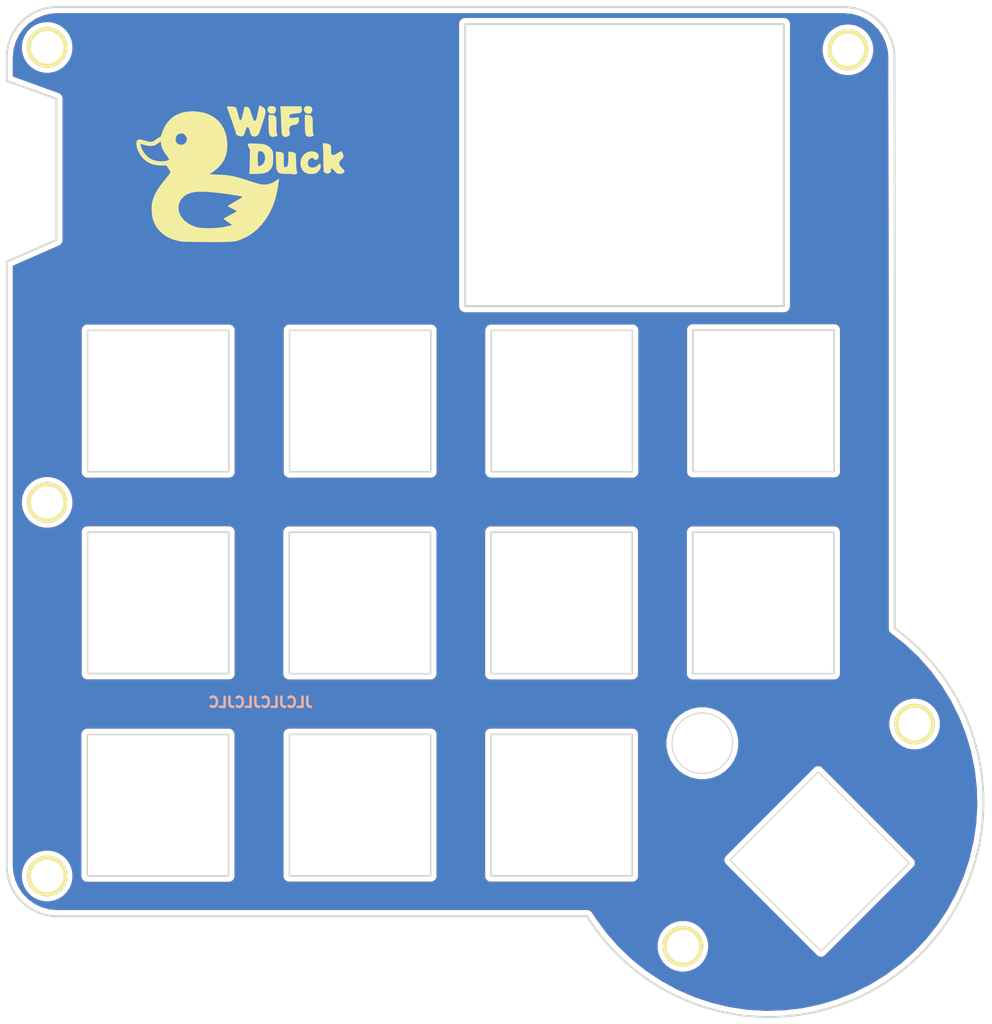
<source format=kicad_pcb>
(kicad_pcb (version 20171130) (host pcbnew 5.1.7-a382d34a8~88~ubuntu20.04.1)

  (general
    (thickness 1.6)
    (drawings 23)
    (tracks 0)
    (zones 0)
    (modules 19)
    (nets 1)
  )

  (page A4)
  (title_block
    (title WiFiDuck32)
    (date 2021-03-05)
    (rev 2)
    (company "Juergen Skrotzky (JorgenVikingGod@gmail.com)")
    (comment 1 "11key keypad with hot-plug sockets, RGB leds, rotary encoder and TFT display")
  )

  (layers
    (0 F.Cu signal)
    (31 B.Cu signal)
    (32 B.Adhes user)
    (33 F.Adhes user)
    (34 B.Paste user)
    (35 F.Paste user)
    (36 B.SilkS user)
    (37 F.SilkS user)
    (38 B.Mask user)
    (39 F.Mask user)
    (40 Dwgs.User user)
    (41 Cmts.User user)
    (42 Eco1.User user)
    (43 Eco2.User user)
    (44 Edge.Cuts user)
    (45 Margin user)
    (46 B.CrtYd user)
    (47 F.CrtYd user)
    (48 B.Fab user)
    (49 F.Fab user)
  )

  (setup
    (last_trace_width 0.25)
    (trace_clearance 0.2)
    (zone_clearance 0.508)
    (zone_45_only no)
    (trace_min 0.2)
    (via_size 0.8)
    (via_drill 0.4)
    (via_min_size 0.4)
    (via_min_drill 0.3)
    (uvia_size 0.3)
    (uvia_drill 0.1)
    (uvias_allowed no)
    (uvia_min_size 0.2)
    (uvia_min_drill 0.1)
    (edge_width 0.05)
    (segment_width 0.2)
    (pcb_text_width 0.3)
    (pcb_text_size 1.5 1.5)
    (mod_edge_width 0.12)
    (mod_text_size 1 1)
    (mod_text_width 0.15)
    (pad_size 1.524 1.524)
    (pad_drill 0.762)
    (pad_to_mask_clearance 0)
    (aux_axis_origin 0 0)
    (visible_elements FFFFFF7F)
    (pcbplotparams
      (layerselection 0x3ffff_ffffffff)
      (usegerberextensions false)
      (usegerberattributes true)
      (usegerberadvancedattributes true)
      (creategerberjobfile true)
      (excludeedgelayer true)
      (linewidth 0.100000)
      (plotframeref false)
      (viasonmask false)
      (mode 1)
      (useauxorigin false)
      (hpglpennumber 1)
      (hpglpenspeed 20)
      (hpglpendiameter 15.000000)
      (psnegative false)
      (psa4output false)
      (plotreference true)
      (plotvalue true)
      (plotinvisibletext false)
      (padsonsilk false)
      (subtractmaskfromsilk false)
      (outputformat 1)
      (mirror false)
      (drillshape 0)
      (scaleselection 1)
      (outputdirectory "gerber/"))
  )

  (net 0 "")

  (net_class Default "This is the default net class."
    (clearance 0.2)
    (trace_width 0.25)
    (via_dia 0.8)
    (via_drill 0.4)
    (uvia_dia 0.3)
    (uvia_drill 0.1)
  )

  (module kbd:wifiduck32_2 (layer F.Cu) (tedit 60455744) (tstamp 604574E6)
    (at 46.228 35.306)
    (fp_text reference G*** (at 0 0) (layer F.SilkS) hide
      (effects (font (size 1.524 1.524) (thickness 0.3)))
    )
    (fp_text value LOGO (at 0.75 0) (layer F.SilkS) hide
      (effects (font (size 1.524 1.524) (thickness 0.3)))
    )
    (fp_poly (pts (xy 2.383344 -9.720529) (xy 2.898854 -9.663795) (xy 3.38894 -9.548988) (xy 3.875679 -9.371194)
      (xy 4.288584 -9.174542) (xy 4.528436 -9.038148) (xy 4.774957 -8.877998) (xy 5.011566 -8.706715)
      (xy 5.221682 -8.53692) (xy 5.388725 -8.381234) (xy 5.492047 -8.25845) (xy 5.55571 -8.105691)
      (xy 5.545333 -7.966968) (xy 5.46941 -7.858919) (xy 5.336433 -7.798188) (xy 5.253355 -7.790742)
      (xy 5.16795 -7.801418) (xy 5.078983 -7.838686) (xy 4.968704 -7.912887) (xy 4.819365 -8.034364)
      (xy 4.785302 -8.063478) (xy 4.314373 -8.414172) (xy 3.804855 -8.694286) (xy 3.265678 -8.902062)
      (xy 2.705773 -9.035743) (xy 2.134071 -9.093571) (xy 1.559502 -9.073789) (xy 0.990998 -8.974637)
      (xy 0.656166 -8.876197) (xy 0.34016 -8.756481) (xy 0.048316 -8.618214) (xy -0.238902 -8.449919)
      (xy -0.541029 -8.240117) (xy -0.877602 -7.97733) (xy -0.887524 -7.96925) (xy -1.082573 -7.838736)
      (xy -1.249725 -7.787745) (xy -1.388674 -7.816326) (xy -1.460995 -7.874546) (xy -1.516888 -7.978492)
      (xy -1.538112 -8.094633) (xy -1.500714 -8.215129) (xy -1.394938 -8.361212) (xy -1.230403 -8.525537)
      (xy -1.016731 -8.700765) (xy -0.763546 -8.879552) (xy -0.480467 -9.054557) (xy -0.177118 -9.218439)
      (xy 0.110484 -9.352595) (xy 0.478056 -9.497326) (xy 0.82163 -9.60093) (xy 1.170755 -9.669828)
      (xy 1.554981 -9.710441) (xy 1.820333 -9.724108) (xy 2.383344 -9.720529)) (layer F.Mask) (width 0.01))
    (fp_poly (pts (xy 2.458723 -8.361171) (xy 2.748607 -8.322215) (xy 2.861311 -8.297892) (xy 3.14566 -8.2106)
      (xy 3.433498 -8.093787) (xy 3.713602 -7.954915) (xy 3.974747 -7.801446) (xy 4.205707 -7.640842)
      (xy 4.39526 -7.480564) (xy 4.532179 -7.328076) (xy 4.605241 -7.190839) (xy 4.614333 -7.132489)
      (xy 4.587063 -7.000095) (xy 4.498584 -6.900097) (xy 4.392849 -6.840849) (xy 4.280581 -6.833885)
      (xy 4.148251 -6.882929) (xy 3.982329 -6.991702) (xy 3.882665 -7.069552) (xy 3.616145 -7.258385)
      (xy 3.308971 -7.432527) (xy 2.992247 -7.57632) (xy 2.697081 -7.674107) (xy 2.667 -7.681445)
      (xy 2.378604 -7.726635) (xy 2.047634 -7.74306) (xy 1.711189 -7.730597) (xy 1.406371 -7.689118)
      (xy 1.390091 -7.685745) (xy 1.044683 -7.582921) (xy 0.686233 -7.423732) (xy 0.346857 -7.22343)
      (xy 0.211666 -7.126063) (xy 0.016553 -6.979426) (xy -0.127951 -6.882768) (xy -0.236003 -6.831539)
      (xy -0.321763 -6.821187) (xy -0.399389 -6.847163) (xy -0.481125 -6.903406) (xy -0.570609 -7.010846)
      (xy -0.592667 -7.13168) (xy -0.582417 -7.213669) (xy -0.543157 -7.292904) (xy -0.462124 -7.38825)
      (xy -0.338061 -7.507935) (xy 0.044365 -7.807494) (xy 0.484489 -8.055472) (xy 0.967711 -8.244347)
      (xy 1.233128 -8.317171) (xy 1.490356 -8.358844) (xy 1.800058 -8.379835) (xy 2.132693 -8.380494)
      (xy 2.458723 -8.361171)) (layer F.Mask) (width 0.01))
    (fp_poly (pts (xy 2.261885 -7.036356) (xy 2.436862 -7.019518) (xy 2.586505 -6.987907) (xy 2.74039 -6.936921)
      (xy 2.758946 -6.929893) (xy 3.057175 -6.797519) (xy 3.306606 -6.649462) (xy 3.496878 -6.493379)
      (xy 3.617632 -6.336923) (xy 3.644191 -6.27582) (xy 3.670462 -6.164762) (xy 3.652036 -6.082418)
      (xy 3.609521 -6.017289) (xy 3.488701 -5.915225) (xy 3.34118 -5.889829) (xy 3.176318 -5.941166)
      (xy 3.066989 -6.013553) (xy 2.736775 -6.23191) (xy 2.400137 -6.365932) (xy 2.058202 -6.41561)
      (xy 1.712099 -6.380937) (xy 1.362959 -6.261905) (xy 1.011908 -6.058508) (xy 0.967994 -6.027184)
      (xy 0.780055 -5.917533) (xy 0.622448 -5.885633) (xy 0.492374 -5.931322) (xy 0.426405 -5.995876)
      (xy 0.352616 -6.126717) (xy 0.352556 -6.249434) (xy 0.428612 -6.378298) (xy 0.503536 -6.456757)
      (xy 0.809274 -6.707939) (xy 1.124362 -6.884666) (xy 1.46541 -6.993309) (xy 1.849029 -7.04024)
      (xy 2.032 -7.043024) (xy 2.261885 -7.036356)) (layer F.Mask) (width 0.01))
    (fp_poly (pts (xy -6.725403 -2.758946) (xy -6.558954 -2.664771) (xy -6.440751 -2.526486) (xy -6.374757 -2.359262)
      (xy -6.364934 -2.178267) (xy -6.415247 -1.998673) (xy -6.529656 -1.835649) (xy -6.659217 -1.733804)
      (xy -6.794713 -1.676596) (xy -6.936925 -1.651376) (xy -6.942667 -1.651317) (xy -7.083474 -1.674516)
      (xy -7.220857 -1.730662) (xy -7.226117 -1.733804) (xy -7.394396 -1.877727) (xy -7.486847 -2.058892)
      (xy -7.507112 -2.217945) (xy -7.470478 -2.438412) (xy -7.367129 -2.614028) (xy -7.206895 -2.734879)
      (xy -6.999605 -2.791051) (xy -6.936135 -2.793842) (xy -6.725403 -2.758946)) (layer F.Mask) (width 0.01))
    (fp_poly (pts (xy -8.956551 -1.999772) (xy -8.939786 -1.944546) (xy -8.932355 -1.843976) (xy -8.932334 -1.838216)
      (xy -8.901743 -1.608161) (xy -8.808814 -1.342266) (xy -8.651807 -1.037066) (xy -8.428985 -0.689097)
      (xy -8.194761 -0.367871) (xy -8.128381 -0.268628) (xy -8.116856 -0.209169) (xy -8.137928 -0.181203)
      (xy -8.268961 -0.114993) (xy -8.460877 -0.063662) (xy -8.69077 -0.029959) (xy -8.935729 -0.016629)
      (xy -9.172845 -0.026423) (xy -9.292167 -0.04276) (xy -9.709942 -0.157017) (xy -10.07704 -0.338584)
      (xy -10.390628 -0.584916) (xy -10.647872 -0.893471) (xy -10.84594 -1.261706) (xy -10.938302 -1.520616)
      (xy -10.972368 -1.648404) (xy -10.989428 -1.739405) (xy -10.988061 -1.768384) (xy -10.941759 -1.765396)
      (xy -10.838184 -1.739868) (xy -10.702455 -1.69819) (xy -10.367914 -1.600435) (xy -10.087749 -1.551155)
      (xy -9.846006 -1.551686) (xy -9.626732 -1.603367) (xy -9.413973 -1.707533) (xy -9.250509 -1.819822)
      (xy -9.12221 -1.912014) (xy -9.020374 -1.976031) (xy -8.962495 -2.001161) (xy -8.956551 -1.999772)) (layer F.Mask) (width 0.01))
    (fp_poly (pts (xy -4.569779 2.981676) (xy -4.127356 3.00731) (xy -3.640397 3.048212) (xy -3.121534 3.103019)
      (xy -2.583396 3.170372) (xy -2.038613 3.248909) (xy -1.499817 3.337268) (xy -0.979636 3.434088)
      (xy -0.872798 3.455603) (xy -0.838293 3.467276) (xy -0.831771 3.48704) (xy -0.860728 3.520198)
      (xy -0.932659 3.572053) (xy -1.05506 3.647909) (xy -1.235426 3.753067) (xy -1.481254 3.892831)
      (xy -1.528696 3.919625) (xy -1.76044 4.051679) (xy -1.965759 4.171057) (xy -2.133644 4.271163)
      (xy -2.253087 4.345399) (xy -2.313079 4.387167) (xy -2.317922 4.392596) (xy -2.286625 4.42312)
      (xy -2.193038 4.481716) (xy -2.051356 4.56015) (xy -1.875775 4.650185) (xy -1.863107 4.65645)
      (xy -1.684854 4.74619) (xy -1.538306 4.823379) (xy -1.438007 4.880108) (xy -1.398501 4.90847)
      (xy -1.398383 4.909131) (xy -1.434279 4.935513) (xy -1.532928 4.994481) (xy -1.682188 5.079127)
      (xy -1.869923 5.182544) (xy -2.04209 5.275453) (xy -2.253119 5.390089) (xy -2.436307 5.492921)
      (xy -2.579246 5.576712) (xy -2.669524 5.634227) (xy -2.695492 5.656453) (xy -2.666992 5.693563)
      (xy -2.581225 5.766234) (xy -2.451778 5.863675) (xy -2.305785 5.965925) (xy -2.147074 6.076102)
      (xy -2.018069 6.17028) (xy -1.932788 6.237907) (xy -1.905 6.26755) (xy -1.941187 6.296908)
      (xy -2.021417 6.322845) (xy -2.357109 6.396699) (xy -2.627212 6.454154) (xy -2.848728 6.497446)
      (xy -3.038659 6.52881) (xy -3.214006 6.55048) (xy -3.391772 6.564692) (xy -3.588957 6.57368)
      (xy -3.822565 6.57968) (xy -4.0005 6.58301) (xy -4.26642 6.586678) (xy -4.509008 6.588076)
      (xy -4.713398 6.587274) (xy -4.864725 6.584341) (xy -4.948121 6.579345) (xy -4.953 6.578584)
      (xy -5.485002 6.45166) (xy -5.947862 6.278944) (xy -6.340837 6.060893) (xy -6.663186 5.797962)
      (xy -6.914167 5.490605) (xy -7.016497 5.312833) (xy -7.160384 4.953237) (xy -7.221359 4.610761)
      (xy -7.199415 4.285333) (xy -7.094542 3.976881) (xy -6.906732 3.685333) (xy -6.811191 3.576392)
      (xy -6.615032 3.390214) (xy -6.412455 3.24679) (xy -6.187643 3.140015) (xy -5.924776 3.063781)
      (xy -5.608037 3.011984) (xy -5.2705 2.981654) (xy -4.955038 2.97267) (xy -4.569779 2.981676)) (layer F.Mask) (width 0.01))
    (fp_poly (pts (xy 9.164162 2.240793) (xy 9.537734 2.34619) (xy 9.619758 2.381317) (xy 9.888215 2.534724)
      (xy 10.099551 2.729871) (xy 10.274984 2.986804) (xy 10.29034 3.014759) (xy 10.368184 3.169873)
      (xy 10.411764 3.297635) (xy 10.430701 3.436953) (xy 10.434616 3.598333) (xy 10.431041 3.760497)
      (xy 10.414496 3.889694) (xy 10.37723 4.016276) (xy 10.311493 4.170596) (xy 10.26166 4.275667)
      (xy 10.164047 4.457569) (xy 10.031816 4.67611) (xy 9.883395 4.901941) (xy 9.756803 5.079678)
      (xy 9.548893 5.362418) (xy 9.391631 5.58587) (xy 9.281378 5.755718) (xy 9.214494 5.877646)
      (xy 9.187342 5.957338) (xy 9.186333 5.970727) (xy 9.214063 6.053719) (xy 9.301051 6.127877)
      (xy 9.452993 6.195457) (xy 9.675586 6.258713) (xy 9.974527 6.319903) (xy 10.138833 6.34791)
      (xy 10.332135 6.380563) (xy 10.459104 6.408259) (xy 10.537124 6.438692) (xy 10.583579 6.479561)
      (xy 10.615851 6.538559) (xy 10.626569 6.563847) (xy 10.648738 6.720288) (xy 10.604725 6.891997)
      (xy 10.506388 7.0614) (xy 10.365583 7.210926) (xy 10.194166 7.323001) (xy 10.087073 7.363454)
      (xy 9.948594 7.394182) (xy 9.816549 7.401662) (xy 9.661636 7.385028) (xy 9.4615 7.344968)
      (xy 9.272995 7.297249) (xy 9.036691 7.228944) (xy 8.772091 7.14657) (xy 8.498695 7.056647)
      (xy 8.236006 6.965692) (xy 8.003524 6.880225) (xy 7.820751 6.806764) (xy 7.739469 6.769363)
      (xy 7.55219 6.659394) (xy 7.435946 6.547734) (xy 7.378296 6.41855) (xy 7.366 6.294062)
      (xy 7.373576 6.184128) (xy 7.401151 6.077678) (xy 7.45599 5.962819) (xy 7.545361 5.827658)
      (xy 7.676532 5.660302) (xy 7.856768 5.448859) (xy 7.941236 5.352662) (xy 8.19605 5.054169)
      (xy 8.43215 4.758616) (xy 8.641648 4.477113) (xy 8.816658 4.220772) (xy 8.949293 4.000703)
      (xy 9.031664 3.828017) (xy 9.03977 3.805171) (xy 9.078139 3.671744) (xy 9.083527 3.580788)
      (xy 9.057099 3.497297) (xy 9.050467 3.483263) (xy 9.00666 3.41217) (xy 8.94691 3.377722)
      (xy 8.842644 3.367556) (xy 8.782928 3.367511) (xy 8.646474 3.378766) (xy 8.524586 3.417692)
      (xy 8.383817 3.496472) (xy 8.327178 3.53352) (xy 8.079054 3.665971) (xy 7.837705 3.720115)
      (xy 7.584344 3.698099) (xy 7.394252 3.640212) (xy 7.258904 3.585596) (xy 7.18808 3.542712)
      (xy 7.165599 3.497703) (xy 7.171823 3.449744) (xy 7.279957 3.16441) (xy 7.450599 2.889187)
      (xy 7.666341 2.645658) (xy 7.909777 2.45541) (xy 8.024352 2.392633) (xy 8.392046 2.264124)
      (xy 8.777124 2.213474) (xy 9.164162 2.240793)) (layer F.Mask) (width 0.01))
    (fp_poly (pts (xy 5.198888 1.924262) (xy 5.343767 1.944967) (xy 5.613242 2.025203) (xy 5.881631 2.147467)
      (xy 6.11681 2.295592) (xy 6.228885 2.390421) (xy 6.385405 2.570579) (xy 6.482313 2.758594)
      (xy 6.529904 2.980475) (xy 6.539409 3.175) (xy 6.519302 3.470207) (xy 6.449892 3.720061)
      (xy 6.320907 3.949942) (xy 6.136795 4.169833) (xy 6.017497 4.300477) (xy 5.917582 4.418917)
      (xy 5.854997 4.503647) (xy 5.847663 4.516311) (xy 5.823911 4.644059) (xy 5.879085 4.787185)
      (xy 6.014444 4.948391) (xy 6.075412 5.004687) (xy 6.225523 5.164064) (xy 6.311478 5.331716)
      (xy 6.339855 5.528824) (xy 6.317235 5.77657) (xy 6.316531 5.780842) (xy 6.249243 6.046924)
      (xy 6.137349 6.332439) (xy 5.990971 6.621611) (xy 5.820233 6.898662) (xy 5.635258 7.147815)
      (xy 5.446169 7.353293) (xy 5.263091 7.499318) (xy 5.187471 7.540478) (xy 4.958039 7.604465)
      (xy 4.704786 7.610262) (xy 4.465292 7.557974) (xy 4.41734 7.538305) (xy 4.304329 7.471679)
      (xy 4.227821 7.398429) (xy 4.214391 7.373009) (xy 4.215281 7.245702) (xy 4.281521 7.081269)
      (xy 4.408079 6.889643) (xy 4.536501 6.737375) (xy 4.78433 6.445152) (xy 4.957337 6.189497)
      (xy 5.055917 5.968117) (xy 5.080468 5.778716) (xy 5.031387 5.619) (xy 4.909072 5.486674)
      (xy 4.767366 5.403008) (xy 4.665605 5.355668) (xy 4.515834 5.286782) (xy 4.347171 5.209731)
      (xy 4.314181 5.194722) (xy 4.096003 5.08662) (xy 3.948169 4.988313) (xy 3.859149 4.888036)
      (xy 3.817414 4.774024) (xy 3.810158 4.680434) (xy 3.84568 4.469293) (xy 3.951734 4.304975)
      (xy 4.128198 4.187651) (xy 4.176832 4.168025) (xy 4.465677 4.061476) (xy 4.686988 3.977495)
      (xy 4.852977 3.910218) (xy 4.97586 3.853781) (xy 5.067851 3.802318) (xy 5.141163 3.749964)
      (xy 5.208013 3.690855) (xy 5.244323 3.655454) (xy 5.346789 3.548622) (xy 5.399352 3.470745)
      (xy 5.414674 3.393739) (xy 5.40632 3.296172) (xy 5.388739 3.189139) (xy 5.361054 3.109903)
      (xy 5.311628 3.054278) (xy 5.228828 3.018077) (xy 5.101017 2.997113) (xy 4.91656 2.9872)
      (xy 4.663822 2.98415) (xy 4.538494 2.983913) (xy 4.273247 2.982829) (xy 4.077392 2.979005)
      (xy 3.935663 2.970826) (xy 3.832792 2.956673) (xy 3.753514 2.934931) (xy 3.682561 2.903982)
      (xy 3.656575 2.890519) (xy 3.542876 2.81623) (xy 3.426695 2.718959) (xy 3.328578 2.618691)
      (xy 3.269071 2.535412) (xy 3.260213 2.505002) (xy 3.294941 2.465285) (xy 3.386353 2.396619)
      (xy 3.516527 2.310087) (xy 3.667542 2.216773) (xy 3.821478 2.127761) (xy 3.960414 2.054135)
      (xy 4.064 2.007865) (xy 4.231775 1.965259) (xy 4.456373 1.934258) (xy 4.710571 1.9162)
      (xy 4.967149 1.912422) (xy 5.198888 1.924262)) (layer F.Mask) (width 0.01))
  )

  (module kbd:wifiduck32_1 (layer F.Cu) (tedit 60454E03) (tstamp 604573AF)
    (at 46.228 35.306)
    (fp_text reference G*** (at 0 0) (layer F.SilkS) hide
      (effects (font (size 1.524 1.524) (thickness 0.3)))
    )
    (fp_text value LOGO (at 0.75 0) (layer F.SilkS) hide
      (effects (font (size 1.524 1.524) (thickness 0.3)))
    )
    (fp_poly (pts (xy 5.825381 -5.474111) (xy 5.965037 -5.390641) (xy 6.041437 -5.259218) (xy 6.053666 -5.164489)
      (xy 6.031218 -5.020301) (xy 5.973967 -4.884714) (xy 5.89705 -4.788953) (xy 5.86127 -4.76763)
      (xy 5.708507 -4.739323) (xy 5.545321 -4.754373) (xy 5.410447 -4.807737) (xy 5.381722 -4.830065)
      (xy 5.261292 -4.983892) (xy 5.213433 -5.144667) (xy 5.239981 -5.297627) (xy 5.310909 -5.399424)
      (xy 5.398524 -5.466565) (xy 5.506422 -5.497304) (xy 5.630333 -5.503333) (xy 5.825381 -5.474111)) (layer F.SilkS) (width 0.01))
    (fp_poly (pts (xy 2.227048 -5.474111) (xy 2.366704 -5.390641) (xy 2.443103 -5.259218) (xy 2.455333 -5.164489)
      (xy 2.432885 -5.020301) (xy 2.375634 -4.884714) (xy 2.298717 -4.788953) (xy 2.262936 -4.76763)
      (xy 2.110173 -4.739323) (xy 1.946988 -4.754373) (xy 1.812113 -4.807737) (xy 1.783389 -4.830065)
      (xy 1.662959 -4.983892) (xy 1.6151 -5.144667) (xy 1.641648 -5.297627) (xy 1.712575 -5.399424)
      (xy 1.800191 -5.466565) (xy 1.908089 -5.497304) (xy 2.032 -5.503333) (xy 2.227048 -5.474111)) (layer F.SilkS) (width 0.01))
    (fp_poly (pts (xy 5.571579 -4.623803) (xy 5.668251 -4.61225) (xy 5.825599 -4.584343) (xy 5.931042 -4.5337)
      (xy 5.996334 -4.47148) (xy 6.03173 -4.427076) (xy 6.057571 -4.37957) (xy 6.075358 -4.315667)
      (xy 6.086593 -4.222073) (xy 6.092777 -4.085492) (xy 6.095411 -3.892629) (xy 6.095996 -3.63019)
      (xy 6.096 -3.588723) (xy 6.096951 -3.309566) (xy 6.100502 -3.102664) (xy 6.107701 -2.955618)
      (xy 6.119593 -2.856031) (xy 6.137226 -2.791505) (xy 6.161646 -2.74964) (xy 6.167413 -2.742923)
      (xy 6.212493 -2.682027) (xy 6.20202 -2.632508) (xy 6.148762 -2.573948) (xy 6.035864 -2.507545)
      (xy 5.878611 -2.469019) (xy 5.711406 -2.461637) (xy 5.568651 -2.488667) (xy 5.51975 -2.514214)
      (xy 5.464316 -2.563795) (xy 5.421022 -2.629765) (xy 5.388094 -2.72285) (xy 5.363762 -2.85378)
      (xy 5.346251 -3.033283) (xy 5.333789 -3.272088) (xy 5.324605 -3.580922) (xy 5.32173 -3.712777)
      (xy 5.314986 -4.018999) (xy 5.311462 -4.250459) (xy 5.314973 -4.417062) (xy 5.329334 -4.528709)
      (xy 5.35836 -4.595303) (xy 5.405866 -4.626748) (xy 5.475667 -4.632947) (xy 5.571579 -4.623803)) (layer F.SilkS) (width 0.01))
    (fp_poly (pts (xy 4.999158 -5.319874) (xy 5.023502 -5.130485) (xy 4.992776 -4.971078) (xy 4.911186 -4.860872)
      (xy 4.896404 -4.850748) (xy 4.814575 -4.82276) (xy 4.672798 -4.795964) (xy 4.49574 -4.774565)
      (xy 4.408723 -4.767656) (xy 4.160293 -4.745478) (xy 3.984645 -4.713586) (xy 3.870024 -4.666994)
      (xy 3.804677 -4.600713) (xy 3.776851 -4.509759) (xy 3.775676 -4.499075) (xy 3.777091 -4.400923)
      (xy 3.819582 -4.353133) (xy 3.872468 -4.335643) (xy 3.98437 -4.324487) (xy 4.148189 -4.327543)
      (xy 4.332763 -4.342705) (xy 4.50693 -4.367871) (xy 4.579837 -4.383414) (xy 4.655758 -4.393932)
      (xy 4.695237 -4.362079) (xy 4.720404 -4.267962) (xy 4.722898 -4.254827) (xy 4.731193 -4.052187)
      (xy 4.682189 -3.876662) (xy 4.583202 -3.747044) (xy 4.507177 -3.700886) (xy 4.371285 -3.659033)
      (xy 4.241024 -3.640701) (xy 4.236684 -3.640667) (xy 4.04322 -3.606068) (xy 3.886846 -3.509832)
      (xy 3.82907 -3.441027) (xy 3.777051 -3.303785) (xy 3.761811 -3.134461) (xy 3.785435 -2.977465)
      (xy 3.805097 -2.93016) (xy 3.848913 -2.792436) (xy 3.816431 -2.669082) (xy 3.7336 -2.569087)
      (xy 3.595369 -2.483669) (xy 3.431293 -2.44946) (xy 3.270762 -2.467523) (xy 3.143165 -2.538922)
      (xy 3.134842 -2.547417) (xy 3.101006 -2.587069) (xy 3.073505 -2.63208) (xy 3.05127 -2.691838)
      (xy 3.033233 -2.775731) (xy 3.018324 -2.893148) (xy 3.005475 -3.053476) (xy 2.993617 -3.266105)
      (xy 2.981679 -3.540421) (xy 2.968595 -3.885814) (xy 2.962152 -4.064) (xy 2.950252 -4.376091)
      (xy 2.937885 -4.665944) (xy 2.925686 -4.921133) (xy 2.914287 -5.12923) (xy 2.904324 -5.277809)
      (xy 2.896429 -5.354444) (xy 2.896295 -5.355167) (xy 2.872234 -5.482167) (xy 4.955479 -5.482167)
      (xy 4.999158 -5.319874)) (layer F.SilkS) (width 0.01))
    (fp_poly (pts (xy 1.973245 -4.623803) (xy 2.069918 -4.61225) (xy 2.227266 -4.584343) (xy 2.332709 -4.5337)
      (xy 2.398001 -4.47148) (xy 2.433396 -4.427076) (xy 2.459237 -4.37957) (xy 2.477025 -4.315667)
      (xy 2.48826 -4.222073) (xy 2.494444 -4.085492) (xy 2.497078 -3.892629) (xy 2.497662 -3.63019)
      (xy 2.497666 -3.588723) (xy 2.498617 -3.309566) (xy 2.502169 -3.102664) (xy 2.509367 -2.955618)
      (xy 2.52126 -2.856031) (xy 2.538893 -2.791505) (xy 2.563313 -2.74964) (xy 2.569079 -2.742923)
      (xy 2.61416 -2.682027) (xy 2.603687 -2.632508) (xy 2.550428 -2.573948) (xy 2.437531 -2.507545)
      (xy 2.280278 -2.469019) (xy 2.113073 -2.461637) (xy 1.970318 -2.488667) (xy 1.921417 -2.514214)
      (xy 1.865983 -2.563795) (xy 1.822689 -2.629765) (xy 1.789761 -2.72285) (xy 1.765428 -2.85378)
      (xy 1.747917 -3.033283) (xy 1.735456 -3.272088) (xy 1.726272 -3.580922) (xy 1.723396 -3.712777)
      (xy 1.716653 -4.018999) (xy 1.713129 -4.250459) (xy 1.71664 -4.417062) (xy 1.731001 -4.528709)
      (xy 1.760026 -4.595303) (xy 1.807532 -4.626748) (xy 1.877334 -4.632947) (xy 1.973245 -4.623803)) (layer F.SilkS) (width 0.01))
    (fp_poly (pts (xy 0.923876 -5.517873) (xy 1.06255 -5.45247) (xy 1.197997 -5.366932) (xy 1.297275 -5.279662)
      (xy 1.303964 -5.271524) (xy 1.359701 -5.193704) (xy 1.39807 -5.115803) (xy 1.417839 -5.027036)
      (xy 1.417774 -4.91662) (xy 1.396643 -4.773768) (xy 1.353211 -4.587697) (xy 1.286247 -4.347622)
      (xy 1.194517 -4.042757) (xy 1.145162 -3.88263) (xy 1.056789 -3.601417) (xy 0.972494 -3.34126)
      (xy 0.896667 -3.115084) (xy 0.833699 -2.935817) (xy 0.787979 -2.816386) (xy 0.769762 -2.777259)
      (xy 0.635351 -2.611405) (xy 0.471417 -2.512077) (xy 0.292958 -2.485013) (xy 0.125162 -2.530691)
      (xy 0.012961 -2.612309) (xy -0.048816 -2.708415) (xy -0.04907 -2.709333) (xy -0.117716 -2.95585)
      (xy -0.171228 -3.133305) (xy -0.214112 -3.254991) (xy -0.250874 -3.334204) (xy -0.272007 -3.367061)
      (xy -0.339135 -3.422456) (xy -0.406296 -3.403833) (xy -0.475883 -3.308382) (xy -0.55029 -3.133293)
      (xy -0.600628 -2.981127) (xy -0.659461 -2.809174) (xy -0.719413 -2.665559) (xy -0.770997 -2.571854)
      (xy -0.789724 -2.551138) (xy -0.916674 -2.504924) (xy -1.082768 -2.508249) (xy -1.260165 -2.558871)
      (xy -1.3335 -2.594912) (xy -1.446221 -2.671448) (xy -1.504008 -2.75564) (xy -1.528914 -2.858799)
      (xy -1.549584 -2.94077) (xy -1.595335 -3.090726) (xy -1.662317 -3.297083) (xy -1.746679 -3.548256)
      (xy -1.844571 -3.832658) (xy -1.952144 -4.138706) (xy -1.983997 -4.228163) (xy -2.091371 -4.529342)
      (xy -2.188915 -4.803916) (xy -2.273143 -5.041995) (xy -2.34057 -5.233689) (xy -2.387711 -5.369111)
      (xy -2.411078 -5.43837) (xy -2.413 -5.445246) (xy -2.374678 -5.460846) (xy -2.274371 -5.466921)
      (xy -2.134065 -5.464759) (xy -1.975749 -5.455647) (xy -1.821411 -5.440873) (xy -1.693038 -5.421725)
      (xy -1.612619 -5.399489) (xy -1.610091 -5.398236) (xy -1.55599 -5.366041) (xy -1.512837 -5.323955)
      (xy -1.474568 -5.258164) (xy -1.435117 -5.154856) (xy -1.388418 -5.00022) (xy -1.328407 -4.780441)
      (xy -1.312334 -4.720167) (xy -1.248583 -4.483575) (xy -1.200646 -4.316897) (xy -1.163465 -4.207993)
      (xy -1.131985 -4.144724) (xy -1.10115 -4.114948) (xy -1.065903 -4.106526) (xy -1.056682 -4.106333)
      (xy -0.990681 -4.137576) (xy -0.942729 -4.239217) (xy -0.935529 -4.265083) (xy -0.840514 -4.641557)
      (xy -0.762083 -4.977301) (xy -0.720077 -5.17525) (xy -0.671331 -5.418667) (xy -0.502216 -5.418667)
      (xy -0.392257 -5.414607) (xy -0.307311 -5.394921) (xy -0.238908 -5.348346) (xy -0.178577 -5.26362)
      (xy -0.117848 -5.12948) (xy -0.048252 -4.934666) (xy 0.020952 -4.723061) (xy 0.093644 -4.505975)
      (xy 0.162489 -4.316009) (xy 0.221469 -4.168659) (xy 0.264566 -4.079422) (xy 0.27773 -4.061873)
      (xy 0.364075 -4.029123) (xy 0.440184 -4.077067) (xy 0.500522 -4.201861) (xy 0.506042 -4.22041)
      (xy 0.552674 -4.396283) (xy 0.602937 -4.604293) (xy 0.652623 -4.824652) (xy 0.697526 -5.037569)
      (xy 0.733438 -5.223256) (xy 0.756151 -5.361922) (xy 0.762 -5.424356) (xy 0.778131 -5.512982)
      (xy 0.814916 -5.544737) (xy 0.923876 -5.517873)) (layer F.SilkS) (width 0.01))
    (fp_poly (pts (xy 7.464648 -1.802818) (xy 7.643427 -1.756109) (xy 7.78776 -1.688964) (xy 7.87312 -1.610139)
      (xy 7.875235 -1.606359) (xy 7.893798 -1.530738) (xy 7.907999 -1.39496) (xy 7.915622 -1.223509)
      (xy 7.916333 -1.152344) (xy 7.919002 -0.964286) (xy 7.929414 -0.841138) (xy 7.951174 -0.763242)
      (xy 7.987887 -0.710944) (xy 7.999294 -0.700044) (xy 8.068893 -0.656321) (xy 8.152954 -0.648787)
      (xy 8.265162 -0.681187) (xy 8.419201 -0.757264) (xy 8.603616 -0.865382) (xy 8.746877 -0.947683)
      (xy 8.863783 -1.005495) (xy 8.935314 -1.02976) (xy 8.946238 -1.028573) (xy 8.997284 -0.965016)
      (xy 9.054154 -0.849287) (xy 9.104835 -0.711982) (xy 9.137313 -0.583693) (xy 9.14307 -0.527335)
      (xy 9.127719 -0.437989) (xy 9.071643 -0.344609) (xy 8.961844 -0.226928) (xy 8.932333 -0.198729)
      (xy 8.817178 -0.083984) (xy 8.753133 0.002484) (xy 8.725796 0.086034) (xy 8.720666 0.173972)
      (xy 8.726404 0.261959) (xy 8.751242 0.338881) (xy 8.806617 0.423684) (xy 8.903965 0.535313)
      (xy 8.999268 0.63548) (xy 9.128911 0.772586) (xy 9.206909 0.865578) (xy 9.242278 0.929408)
      (xy 9.244034 0.979025) (xy 9.228694 1.015948) (xy 9.126925 1.12362) (xy 8.972061 1.192936)
      (xy 8.78902 1.218435) (xy 8.602719 1.19466) (xy 8.530166 1.168962) (xy 8.439356 1.10913)
      (xy 8.321558 1.004629) (xy 8.201708 0.877661) (xy 8.197576 0.872842) (xy 8.087617 0.749456)
      (xy 8.014492 0.684205) (xy 7.964415 0.667359) (xy 7.929758 0.683758) (xy 7.88702 0.767039)
      (xy 7.8931 0.871709) (xy 7.898628 0.979054) (xy 7.852513 1.056441) (xy 7.80596 1.096674)
      (xy 7.645921 1.173341) (xy 7.473815 1.17374) (xy 7.313033 1.098483) (xy 7.294277 1.083255)
      (xy 7.1755 0.981177) (xy 7.152109 -0.345495) (xy 7.145281 -0.675186) (xy 7.137035 -0.979725)
      (xy 7.127817 -1.248219) (xy 7.118074 -1.469779) (xy 7.108253 -1.633515) (xy 7.098801 -1.728535)
      (xy 7.094663 -1.74625) (xy 7.084366 -1.789894) (xy 7.116907 -1.812086) (xy 7.209268 -1.819764)
      (xy 7.275947 -1.820333) (xy 7.464648 -1.802818)) (layer F.SilkS) (width 0.01))
    (fp_poly (pts (xy 6.25823 -0.980474) (xy 6.45939 -0.896691) (xy 6.605151 -0.772088) (xy 6.67681 -0.626179)
      (xy 6.684305 -0.472778) (xy 6.635821 -0.332311) (xy 6.539543 -0.2252) (xy 6.403659 -0.17187)
      (xy 6.363564 -0.169333) (xy 6.263993 -0.177671) (xy 6.232939 -0.207676) (xy 6.238061 -0.232188)
      (xy 6.227101 -0.298577) (xy 6.156718 -0.34819) (xy 6.052035 -0.368761) (xy 5.97564 -0.360295)
      (xy 5.813795 -0.279878) (xy 5.691698 -0.141228) (xy 5.620146 0.034322) (xy 5.609939 0.225439)
      (xy 5.631199 0.320124) (xy 5.715696 0.474833) (xy 5.849275 0.564043) (xy 6.039163 0.592667)
      (xy 6.222176 0.577667) (xy 6.375619 0.523878) (xy 6.53066 0.418112) (xy 6.606333 0.352689)
      (xy 6.707526 0.264022) (xy 6.767301 0.226339) (xy 6.806319 0.233051) (xy 6.844603 0.276717)
      (xy 6.890926 0.404383) (xy 6.877755 0.564314) (xy 6.813475 0.738164) (xy 6.706469 0.907588)
      (xy 6.565119 1.054239) (xy 6.454072 1.131361) (xy 6.286499 1.192239) (xy 6.070586 1.22347)
      (xy 5.837749 1.223827) (xy 5.619402 1.192083) (xy 5.534997 1.167267) (xy 5.277261 1.035944)
      (xy 5.082986 0.848576) (xy 4.952173 0.605162) (xy 4.884822 0.305703) (xy 4.882379 0.281526)
      (xy 4.890947 -0.037136) (xy 4.973474 -0.331298) (xy 5.123563 -0.589445) (xy 5.334818 -0.800066)
      (xy 5.557015 -0.932816) (xy 5.785176 -1.00189) (xy 6.026203 -1.016658) (xy 6.25823 -0.980474)) (layer F.SilkS) (width 0.01))
    (fp_poly (pts (xy 0.172077 -1.796496) (xy 0.34925 -1.791976) (xy 0.658186 -1.779927) (xy 0.931727 -1.760844)
      (xy 1.152928 -1.736193) (xy 1.293821 -1.710313) (xy 1.575359 -1.602546) (xy 1.820627 -1.435846)
      (xy 2.011297 -1.224056) (xy 2.071871 -1.122693) (xy 2.116776 -1.028988) (xy 2.147184 -0.941476)
      (xy 2.165834 -0.840654) (xy 2.175467 -0.707022) (xy 2.178822 -0.521079) (xy 2.178929 -0.360693)
      (xy 2.170813 -0.038705) (xy 2.14538 0.216276) (xy 2.098567 0.420867) (xy 2.026312 0.591684)
      (xy 1.924553 0.745343) (xy 1.90155 0.773966) (xy 1.758298 0.925398) (xy 1.604571 1.03504)
      (xy 1.422039 1.110455) (xy 1.192372 1.159203) (xy 0.897241 1.188846) (xy 0.895642 1.188954)
      (xy 0.660103 1.203149) (xy 0.418169 1.214897) (xy 0.203682 1.222687) (xy 0.090312 1.224955)
      (xy -0.068851 1.225152) (xy -0.159396 1.218736) (xy -0.197364 1.200388) (xy -0.198793 1.164784)
      (xy -0.188609 1.132417) (xy -0.179012 1.065317) (xy -0.169137 0.926021) (xy -0.159513 0.726995)
      (xy -0.150667 0.480707) (xy -0.143129 0.199623) (xy -0.138124 -0.058637) (xy -0.134455 -0.28771)
      (xy 0.639386 -0.28771) (xy 0.642362 -0.169333) (xy 0.651978 0.088684) (xy 0.665818 0.271215)
      (xy 0.689359 0.387432) (xy 0.728084 0.446503) (xy 0.787471 0.457602) (xy 0.873001 0.429898)
      (xy 0.971788 0.381958) (xy 1.164154 0.238917) (xy 1.298484 0.042204) (xy 1.369729 -0.195816)
      (xy 1.372838 -0.462779) (xy 1.356853 -0.560968) (xy 1.278035 -0.788821) (xy 1.151507 -0.948632)
      (xy 0.97949 -1.038324) (xy 0.824375 -1.058333) (xy 0.74964 -1.031447) (xy 0.694982 -0.946849)
      (xy 0.659194 -0.798632) (xy 0.641065 -0.580888) (xy 0.639386 -0.28771) (xy -0.134455 -0.28771)
      (xy -0.120572 -1.15444) (xy -0.229619 -1.39743) (xy -0.295434 -1.544861) (xy -0.334864 -1.652143)
      (xy -0.339101 -1.725283) (xy -0.299335 -1.770283) (xy -0.206756 -1.793149) (xy -0.052555 -1.799885)
      (xy 0.172077 -1.796496)) (layer F.SilkS) (width 0.01))
    (fp_poly (pts (xy 3.937568 -0.965429) (xy 4.159827 -0.928994) (xy 4.307985 -0.860665) (xy 4.423833 -0.774315)
      (xy 4.44787 0.046759) (xy 4.458745 0.334688) (xy 4.473022 0.586277) (xy 4.489693 0.788708)
      (xy 4.507747 0.929162) (xy 4.521954 0.987006) (xy 4.557613 1.081758) (xy 4.572 1.138961)
      (xy 4.534435 1.188138) (xy 4.440789 1.229878) (xy 4.31963 1.258315) (xy 4.19953 1.267577)
      (xy 4.109058 1.251799) (xy 4.088623 1.23825) (xy 4.036796 1.226711) (xy 3.916668 1.217046)
      (xy 3.744597 1.210095) (xy 3.536942 1.206699) (xy 3.471107 1.2065) (xy 3.199249 1.203197)
      (xy 2.997146 1.189594) (xy 2.85002 1.160145) (xy 2.743093 1.109305) (xy 2.661588 1.031531)
      (xy 2.590726 0.921278) (xy 2.561166 0.865101) (xy 2.531478 0.798174) (xy 2.50904 0.721343)
      (xy 2.492544 0.621299) (xy 2.480681 0.484733) (xy 2.472139 0.298335) (xy 2.465611 0.048797)
      (xy 2.462014 -0.142581) (xy 2.447529 -0.983662) (xy 2.747985 -0.966685) (xy 2.922565 -0.951276)
      (xy 3.037163 -0.924451) (xy 3.116346 -0.879247) (xy 3.14347 -0.854595) (xy 3.180722 -0.812951)
      (xy 3.206378 -0.765378) (xy 3.222255 -0.696841) (xy 3.230167 -0.592305) (xy 3.231929 -0.436735)
      (xy 3.229356 -0.215094) (xy 3.228318 -0.151759) (xy 3.226011 0.112223) (xy 3.231486 0.302614)
      (xy 3.24804 0.430372) (xy 3.278968 0.506455) (xy 3.327564 0.54182) (xy 3.397124 0.547424)
      (xy 3.437253 0.543) (xy 3.523983 0.510598) (xy 3.58928 0.435449) (xy 3.635469 0.308862)
      (xy 3.664873 0.122147) (xy 3.679817 -0.133385) (xy 3.682934 -0.375505) (xy 3.683 -0.983843)
      (xy 3.937568 -0.965429)) (layer F.SilkS) (width 0.01))
    (fp_poly (pts (xy -5.356639 -4.955823) (xy -5.009743 -4.908885) (xy -4.718074 -4.849349) (xy -4.452315 -4.769157)
      (xy -4.183148 -4.660253) (xy -4.042834 -4.59479) (xy -3.621924 -4.346696) (xy -3.257918 -4.037855)
      (xy -2.95297 -3.672105) (xy -2.709235 -3.253281) (xy -2.528869 -2.78522) (xy -2.414026 -2.27176)
      (xy -2.36686 -1.716737) (xy -2.365726 -1.608667) (xy -2.398901 -1.100011) (xy -2.499459 -0.634122)
      (xy -2.670274 -0.205932) (xy -2.914222 0.189631) (xy -3.234181 0.557634) (xy -3.633027 0.903146)
      (xy -3.898809 1.093339) (xy -4.143683 1.257768) (xy -3.331258 1.284458) (xy -2.934008 1.301657)
      (xy -2.577482 1.327608) (xy -2.245443 1.365535) (xy -1.921656 1.418663) (xy -1.589884 1.490216)
      (xy -1.233889 1.583417) (xy -0.837436 1.701492) (xy -0.384288 1.847664) (xy -0.221342 1.902012)
      (xy 0.056947 1.993174) (xy 0.327679 2.077797) (xy 0.573779 2.150848) (xy 0.778167 2.207293)
      (xy 0.923767 2.242098) (xy 0.947963 2.246655) (xy 1.35584 2.276156) (xy 1.748679 2.222464)
      (xy 2.124339 2.086065) (xy 2.417839 1.912998) (xy 2.575028 1.802945) (xy 2.673664 1.73941)
      (xy 2.725908 1.722347) (xy 2.743921 1.751715) (xy 2.739863 1.827469) (xy 2.72997 1.91188)
      (xy 2.621282 2.671047) (xy 2.474312 3.372855) (xy 2.290796 4.010074) (xy 2.112132 4.484349)
      (xy 1.805325 5.118124) (xy 1.446308 5.701704) (xy 1.040111 6.229946) (xy 0.591765 6.697706)
      (xy 0.106303 7.099843) (xy -0.411245 7.431213) (xy -0.955846 7.686675) (xy -1.058334 7.724908)
      (xy -1.195935 7.773246) (xy -1.323219 7.814421) (xy -1.448091 7.848989) (xy -1.57846 7.877506)
      (xy -1.722231 7.900526) (xy -1.887311 7.918607) (xy -2.081608 7.932303) (xy -2.313027 7.94217)
      (xy -2.589476 7.948764) (xy -2.918861 7.95264) (xy -3.309089 7.954355) (xy -3.768067 7.954463)
      (xy -4.303702 7.953521) (xy -4.311141 7.953504) (xy -4.754748 7.951855) (xy -5.17974 7.94901)
      (xy -5.577293 7.945116) (xy -5.938583 7.940315) (xy -6.254786 7.934752) (xy -6.517076 7.928573)
      (xy -6.716631 7.921921) (xy -6.844625 7.91494) (xy -6.878314 7.911478) (xy -7.455587 7.793772)
      (xy -7.973841 7.616779) (xy -8.435735 7.379219) (xy -8.843926 7.079808) (xy -9.086687 6.846109)
      (xy -9.323144 6.565218) (xy -9.507012 6.276664) (xy -9.656783 5.949217) (xy -9.718785 5.7785)
      (xy -9.790178 5.500732) (xy -9.838728 5.170183) (xy -9.863125 4.815363) (xy -9.862687 4.670853)
      (xy -7.206165 4.670853) (xy -7.147378 4.98594) (xy -7.021508 5.29392) (xy -6.830959 5.587338)
      (xy -6.578137 5.85874) (xy -6.265449 6.100672) (xy -5.895298 6.305679) (xy -5.799667 6.34793)
      (xy -5.557625 6.439229) (xy -5.313159 6.50678) (xy -5.049521 6.552858) (xy -4.749966 6.579737)
      (xy -4.397745 6.58969) (xy -4.042834 6.586508) (xy -3.710722 6.575751) (xy -3.400376 6.558521)
      (xy -3.131038 6.536203) (xy -2.921951 6.51018) (xy -2.878667 6.502763) (xy -2.618683 6.452261)
      (xy -2.38098 6.402007) (xy -2.178357 6.355088) (xy -2.023612 6.314593) (xy -1.929543 6.28361)
      (xy -1.90651 6.268176) (xy -1.940017 6.236454) (xy -2.030237 6.167591) (xy -2.163566 6.071605)
      (xy -2.326403 5.958518) (xy -2.332986 5.95402) (xy -2.510639 5.831146) (xy -2.626462 5.745492)
      (xy -2.68958 5.68808) (xy -2.709115 5.649935) (xy -2.694191 5.62208) (xy -2.680727 5.611883)
      (xy -2.617423 5.574215) (xy -2.494591 5.505151) (xy -2.327426 5.413098) (xy -2.131129 5.30646)
      (xy -2.032 5.253088) (xy -1.831788 5.144777) (xy -1.657993 5.049192) (xy -1.524366 4.974018)
      (xy -1.44466 4.92694) (xy -1.429139 4.916165) (xy -1.452508 4.887255) (xy -1.539036 4.830235)
      (xy -1.675313 4.753129) (xy -1.847931 4.663961) (xy -1.863056 4.656475) (xy -2.041406 4.566148)
      (xy -2.188145 4.487398) (xy -2.288628 4.428403) (xy -2.328214 4.397343) (xy -2.328334 4.396595)
      (xy -2.293243 4.367489) (xy -2.195215 4.303527) (xy -2.045115 4.211346) (xy -1.853809 4.097582)
      (xy -1.632162 3.968871) (xy -1.565442 3.930657) (xy -1.298439 3.776357) (xy -1.100863 3.657641)
      (xy -0.967166 3.570754) (xy -0.891803 3.511942) (xy -0.869227 3.477452) (xy -0.879645 3.466509)
      (xy -1.000418 3.432741) (xy -1.193308 3.39225) (xy -1.446187 3.346731) (xy -1.746923 3.297881)
      (xy -2.083386 3.247393) (xy -2.443449 3.196964) (xy -2.814979 3.148288) (xy -3.185848 3.103061)
      (xy -3.543926 3.062977) (xy -3.877083 3.029732) (xy -4.173189 3.005021) (xy -4.191 3.003741)
      (xy -4.729295 2.976767) (xy -5.195236 2.97883) (xy -5.596525 3.011406) (xy -5.940864 3.075969)
      (xy -6.235955 3.173994) (xy -6.489499 3.306957) (xy -6.709198 3.476331) (xy -6.722366 3.48852)
      (xy -6.955968 3.757492) (xy -7.112865 4.049174) (xy -7.195462 4.356113) (xy -7.206165 4.670853)
      (xy -9.862687 4.670853) (xy -9.862061 4.46478) (xy -9.83423 4.146944) (xy -9.801611 3.973244)
      (xy -9.674002 3.555545) (xy -9.49318 3.143421) (xy -9.252664 2.724983) (xy -8.945971 2.28834)
      (xy -8.743362 2.032) (xy -8.494497 1.725572) (xy -8.299179 1.479294) (xy -8.154926 1.28984)
      (xy -8.059254 1.153887) (xy -8.009681 1.068109) (xy -8.001 1.03805) (xy -8.022977 0.980279)
      (xy -8.081596 0.872172) (xy -8.165894 0.733407) (xy -8.202084 0.677182) (xy -8.403167 0.369617)
      (xy -8.847667 0.376901) (xy -9.326756 0.353815) (xy -9.754167 0.266423) (xy -10.13585 0.112451)
      (xy -10.477756 -0.110379) (xy -10.729911 -0.343211) (xy -10.926312 -0.581416) (xy -11.092711 -0.842069)
      (xy -11.225132 -1.112302) (xy -11.3196 -1.379246) (xy -11.372138 -1.630035) (xy -11.376385 -1.771999)
      (xy -10.974677 -1.771999) (xy -10.953096 -1.611104) (xy -10.883891 -1.353927) (xy -10.751257 -1.082165)
      (xy -10.569619 -0.8145) (xy -10.353405 -0.569616) (xy -10.117042 -0.366197) (xy -9.884518 -0.227244)
      (xy -9.588046 -0.120357) (xy -9.262546 -0.051773) (xy -8.931658 -0.023175) (xy -8.61902 -0.036247)
      (xy -8.348272 -0.09267) (xy -8.289971 -0.113719) (xy -8.188978 -0.162869) (xy -8.132393 -0.20737)
      (xy -8.128 -0.218322) (xy -8.151473 -0.266713) (xy -8.215177 -0.367831) (xy -8.309042 -0.506299)
      (xy -8.409176 -0.647642) (xy -8.609918 -0.941064) (xy -8.755224 -1.191569) (xy -8.851981 -1.413549)
      (xy -8.907076 -1.621396) (xy -8.920264 -1.715615) (xy -8.938749 -1.847668) (xy -8.960898 -1.940995)
      (xy -8.975675 -1.969123) (xy -9.023812 -1.956223) (xy -9.111973 -1.901911) (xy -9.170708 -1.857838)
      (xy -9.311596 -1.755823) (xy -9.463059 -1.660801) (xy -9.503834 -1.638317) (xy -9.705748 -1.572109)
      (xy -9.961409 -1.550846) (xy -10.25308 -1.57411) (xy -10.563021 -1.641481) (xy -10.641422 -1.665212)
      (xy -10.974677 -1.771999) (xy -11.376385 -1.771999) (xy -11.378773 -1.851801) (xy -11.335526 -2.031676)
      (xy -11.27886 -2.119953) (xy -11.196462 -2.176721) (xy -11.077334 -2.197224) (xy -10.910803 -2.180826)
      (xy -10.686191 -2.126891) (xy -10.513123 -2.074333) (xy -10.247017 -1.996765) (xy -10.036976 -1.958723)
      (xy -9.862755 -1.963056) (xy -9.704109 -2.012614) (xy -9.540793 -2.110244) (xy -9.382927 -2.233368)
      (xy -9.343759 -2.262474) (xy -7.497043 -2.262474) (xy -7.475551 -2.054962) (xy -7.382765 -1.863471)
      (xy -7.360284 -1.834612) (xy -7.222537 -1.72956) (xy -7.042945 -1.675413) (xy -6.849114 -1.674649)
      (xy -6.668651 -1.729746) (xy -6.607666 -1.767048) (xy -6.516132 -1.858851) (xy -6.431746 -1.981994)
      (xy -6.419718 -2.004823) (xy -6.36292 -2.195511) (xy -6.387837 -2.379446) (xy -6.495619 -2.561634)
      (xy -6.56542 -2.638381) (xy -6.66567 -2.733201) (xy -6.744315 -2.780201) (xy -6.837619 -2.792615)
      (xy -6.966986 -2.784915) (xy -7.125301 -2.762145) (xy -7.235944 -2.716213) (xy -7.329489 -2.638384)
      (xy -7.448078 -2.464213) (xy -7.497043 -2.262474) (xy -9.343759 -2.262474) (xy -9.254907 -2.3285)
      (xy -9.134068 -2.399751) (xy -9.063565 -2.426971) (xy -8.993127 -2.452938) (xy -8.946374 -2.510798)
      (xy -8.9081 -2.622899) (xy -8.894939 -2.674781) (xy -8.853214 -2.807483) (xy -8.783677 -2.988753)
      (xy -8.697067 -3.191779) (xy -8.628973 -3.338855) (xy -8.517874 -3.558744) (xy -8.414607 -3.730621)
      (xy -8.297809 -3.884711) (xy -8.146119 -4.051242) (xy -8.071839 -4.127148) (xy -7.886182 -4.306569)
      (xy -7.725961 -4.439489) (xy -7.564179 -4.545888) (xy -7.373842 -4.645744) (xy -7.366 -4.649525)
      (xy -6.87884 -4.838892) (xy -6.364976 -4.95036) (xy -5.820933 -4.984457) (xy -5.356639 -4.955823)) (layer F.SilkS) (width 0.01))
  )

  (module kbd:CherryMX_Hotswap_single_cutout locked (layer F.Cu) (tedit 6044FC85) (tstamp 6020E21B)
    (at 76.9834 99.0052)
    (path /602729C7)
    (fp_text reference SW11 (at 7.1 8.2) (layer F.SilkS) hide
      (effects (font (size 1 1) (thickness 0.15)))
    )
    (fp_text value SW_PUSH (at -4.8 8.3) (layer F.Fab) hide
      (effects (font (size 1 1) (thickness 0.15)))
    )
    (fp_line (start -7 7) (end 7 7) (layer Edge.Cuts) (width 0.15))
    (fp_line (start 7 7) (end 7 -7) (layer Edge.Cuts) (width 0.15))
    (fp_line (start -7 7) (end -7 -7) (layer Edge.Cuts) (width 0.15))
    (fp_line (start -7 -7) (end 7 -7) (layer Edge.Cuts) (width 0.15))
  )

  (module kbd:CherryMX_Hotswap_single_cutout locked (layer F.Cu) (tedit 6044FC85) (tstamp 60205CDA)
    (at 57.0103 99.0052)
    (path /602729B3)
    (fp_text reference SW10 (at 7.1 8.2) (layer F.SilkS) hide
      (effects (font (size 1 1) (thickness 0.15)))
    )
    (fp_text value SW_PUSH (at -4.8 8.3) (layer F.Fab) hide
      (effects (font (size 1 1) (thickness 0.15)))
    )
    (fp_line (start -7 7) (end 7 7) (layer Edge.Cuts) (width 0.15))
    (fp_line (start 7 7) (end 7 -7) (layer Edge.Cuts) (width 0.15))
    (fp_line (start -7 7) (end -7 -7) (layer Edge.Cuts) (width 0.15))
    (fp_line (start -7 -7) (end 7 -7) (layer Edge.Cuts) (width 0.15))
  )

  (module kbd:CherryMX_Hotswap_single_cutout locked (layer F.Cu) (tedit 6044FC85) (tstamp 60215846)
    (at 36.9864 99.0179)
    (path /602727B5)
    (fp_text reference SW9 (at 7.1 8.2) (layer F.SilkS) hide
      (effects (font (size 1 1) (thickness 0.15)))
    )
    (fp_text value SW_PUSH (at -4.8 8.3) (layer F.Fab) hide
      (effects (font (size 1 1) (thickness 0.15)))
    )
    (fp_line (start -7 7) (end 7 7) (layer Edge.Cuts) (width 0.15))
    (fp_line (start 7 7) (end 7 -7) (layer Edge.Cuts) (width 0.15))
    (fp_line (start -7 7) (end -7 -7) (layer Edge.Cuts) (width 0.15))
    (fp_line (start -7 -7) (end 7 -7) (layer Edge.Cuts) (width 0.15))
  )

  (module kbd:CherryMX_Hotswap_single_cutout locked (layer F.Cu) (tedit 6044FC85) (tstamp 60205C32)
    (at 56.9976 78.994)
    (path /60269C9F)
    (fp_text reference SW6 (at 7.1 8.2) (layer F.SilkS) hide
      (effects (font (size 1 1) (thickness 0.15)))
    )
    (fp_text value SW_PUSH (at -4.8 8.3) (layer F.Fab) hide
      (effects (font (size 1 1) (thickness 0.15)))
    )
    (fp_line (start -7 7) (end 7 7) (layer Edge.Cuts) (width 0.15))
    (fp_line (start 7 7) (end 7 -7) (layer Edge.Cuts) (width 0.15))
    (fp_line (start -7 7) (end -7 -7) (layer Edge.Cuts) (width 0.15))
    (fp_line (start -7 -7) (end 7 -7) (layer Edge.Cuts) (width 0.15))
  )

  (module kbd:CherryMX_Hotswap_single_cutout locked (layer F.Cu) (tedit 6044FC85) (tstamp 6021591E)
    (at 37.0118 78.9813)
    (path /60269B31)
    (fp_text reference SW5 (at 7.1 8.2) (layer F.SilkS) hide
      (effects (font (size 1 1) (thickness 0.15)))
    )
    (fp_text value SW_PUSH (at -4.8 8.3) (layer F.Fab) hide
      (effects (font (size 1 1) (thickness 0.15)))
    )
    (fp_line (start -7 7) (end 7 7) (layer Edge.Cuts) (width 0.15))
    (fp_line (start 7 7) (end 7 -7) (layer Edge.Cuts) (width 0.15))
    (fp_line (start -7 7) (end -7 -7) (layer Edge.Cuts) (width 0.15))
    (fp_line (start -7 -7) (end 7 -7) (layer Edge.Cuts) (width 0.15))
  )

  (module kbd:CherryMX_Hotswap_single_cutout locked (layer F.Cu) (tedit 6044FC85) (tstamp 60211356)
    (at 76.9834 78.994)
    (path /60269CB3)
    (fp_text reference SW7 (at 7.1 8.2) (layer F.SilkS) hide
      (effects (font (size 1 1) (thickness 0.15)))
    )
    (fp_text value SW_PUSH (at -4.8 8.3) (layer F.Fab) hide
      (effects (font (size 1 1) (thickness 0.15)))
    )
    (fp_line (start -7 7) (end 7 7) (layer Edge.Cuts) (width 0.15))
    (fp_line (start 7 7) (end 7 -7) (layer Edge.Cuts) (width 0.15))
    (fp_line (start -7 7) (end -7 -7) (layer Edge.Cuts) (width 0.15))
    (fp_line (start -7 -7) (end 7 -7) (layer Edge.Cuts) (width 0.15))
  )

  (module kbd:CherryMX_Hotswap_single_cutout locked (layer F.Cu) (tedit 6044FC85) (tstamp 60205C86)
    (at 96.9819 78.994)
    (path /60269CC7)
    (fp_text reference SW8 (at 7.1 8.2) (layer F.SilkS) hide
      (effects (font (size 1 1) (thickness 0.15)))
    )
    (fp_text value SW_PUSH (at -4.8 8.3) (layer F.Fab) hide
      (effects (font (size 1 1) (thickness 0.15)))
    )
    (fp_line (start -7 7) (end 7 7) (layer Edge.Cuts) (width 0.15))
    (fp_line (start 7 7) (end 7 -7) (layer Edge.Cuts) (width 0.15))
    (fp_line (start -7 7) (end -7 -7) (layer Edge.Cuts) (width 0.15))
    (fp_line (start -7 -7) (end 7 -7) (layer Edge.Cuts) (width 0.15))
  )

  (module kbd:CherryMX_Hotswap_single_cutout locked (layer F.Cu) (tedit 6044FC85) (tstamp 60205BDE)
    (at 96.9946 58.9828)
    (path /6026018A)
    (fp_text reference SW4 (at 7.1 8.2) (layer F.SilkS) hide
      (effects (font (size 1 1) (thickness 0.15)))
    )
    (fp_text value SW_PUSH (at -4.8 8.3) (layer F.Fab) hide
      (effects (font (size 1 1) (thickness 0.15)))
    )
    (fp_line (start -7 7) (end 7 7) (layer Edge.Cuts) (width 0.15))
    (fp_line (start 7 7) (end 7 -7) (layer Edge.Cuts) (width 0.15))
    (fp_line (start -7 7) (end -7 -7) (layer Edge.Cuts) (width 0.15))
    (fp_line (start -7 -7) (end 7 -7) (layer Edge.Cuts) (width 0.15))
  )

  (module kbd:CherryMX_Hotswap_single_cutout locked (layer F.Cu) (tedit 6044FC85) (tstamp 60211808)
    (at 77.0088 59.0082)
    (path /602416EB)
    (fp_text reference SW3 (at 7.1 8.2) (layer F.SilkS) hide
      (effects (font (size 1 1) (thickness 0.15)))
    )
    (fp_text value SW_PUSH (at -4.8 8.3) (layer F.Fab) hide
      (effects (font (size 1 1) (thickness 0.15)))
    )
    (fp_line (start -7 7) (end 7 7) (layer Edge.Cuts) (width 0.15))
    (fp_line (start 7 7) (end 7 -7) (layer Edge.Cuts) (width 0.15))
    (fp_line (start -7 7) (end -7 -7) (layer Edge.Cuts) (width 0.15))
    (fp_line (start -7 -7) (end 7 -7) (layer Edge.Cuts) (width 0.15))
  )

  (module kbd:CherryMX_Hotswap_single_cutout locked (layer F.Cu) (tedit 6044FC85) (tstamp 60205B8A)
    (at 57.023 59.0082)
    (path /6023FECF)
    (fp_text reference SW2 (at 7.1 8.2) (layer F.SilkS) hide
      (effects (font (size 1 1) (thickness 0.15)))
    )
    (fp_text value SW_PUSH (at -4.8 8.3) (layer F.Fab) hide
      (effects (font (size 1 1) (thickness 0.15)))
    )
    (fp_line (start -7 7) (end 7 7) (layer Edge.Cuts) (width 0.15))
    (fp_line (start 7 7) (end 7 -7) (layer Edge.Cuts) (width 0.15))
    (fp_line (start -7 7) (end -7 -7) (layer Edge.Cuts) (width 0.15))
    (fp_line (start -7 -7) (end 7 -7) (layer Edge.Cuts) (width 0.15))
  )

  (module kbd:CherryMX_Hotswap_single_cutout locked (layer F.Cu) (tedit 6044FC85) (tstamp 60217B55)
    (at 37.0118 59.0082)
    (path /600F3AB2)
    (fp_text reference SW1 (at 7.1 8.2) (layer F.SilkS) hide
      (effects (font (size 1 1) (thickness 0.15)))
    )
    (fp_text value SW_PUSH (at -4.8 8.3) (layer F.Fab) hide
      (effects (font (size 1 1) (thickness 0.15)))
    )
    (fp_line (start -7 7) (end 7 7) (layer Edge.Cuts) (width 0.15))
    (fp_line (start 7 7) (end 7 -7) (layer Edge.Cuts) (width 0.15))
    (fp_line (start -7 7) (end -7 -7) (layer Edge.Cuts) (width 0.15))
    (fp_line (start -7 -7) (end 7 -7) (layer Edge.Cuts) (width 0.15))
  )

  (module keyboard_parts:HOLE_M3 locked (layer F.Cu) (tedit 0) (tstamp 60213442)
    (at 111.9632 90.9828)
    (fp_text reference HOLE_M3 (at 0 -4.5) (layer F.SilkS) hide
      (effects (font (size 1.524 1.524) (thickness 0.3048)))
    )
    (fp_text value VAL** (at 0.05 -7.25) (layer F.SilkS) hide
      (effects (font (size 1.524 1.524) (thickness 0.3048)))
    )
    (pad 1 thru_hole circle (at 0 0) (size 4 4) (drill 3.2) (layers *.Cu *.Mask F.SilkS))
  )

  (module keyboard_parts:HOLE_M3 locked (layer F.Cu) (tedit 0) (tstamp 602133FD)
    (at 89.0016 112.9792)
    (fp_text reference HOLE_M3 (at 0 -4.5) (layer F.SilkS) hide
      (effects (font (size 1.524 1.524) (thickness 0.3048)))
    )
    (fp_text value VAL** (at 0.05 -7.25) (layer F.SilkS) hide
      (effects (font (size 1.524 1.524) (thickness 0.3048)))
    )
    (pad 1 thru_hole circle (at 0 0) (size 4 4) (drill 3.2) (layers *.Cu *.Mask F.SilkS))
  )

  (module keyboard_parts:HOLE_M3 locked (layer F.Cu) (tedit 0) (tstamp 602133DC)
    (at 26.0096 106.0196)
    (fp_text reference HOLE_M3 (at 0 -4.5) (layer F.SilkS) hide
      (effects (font (size 1.524 1.524) (thickness 0.3048)))
    )
    (fp_text value VAL** (at 0.05 -7.25) (layer F.SilkS) hide
      (effects (font (size 1.524 1.524) (thickness 0.3048)))
    )
    (pad 1 thru_hole circle (at 0 0) (size 4 4) (drill 3.2) (layers *.Cu *.Mask F.SilkS))
  )

  (module keyboard_parts:HOLE_M3 locked (layer F.Cu) (tedit 0) (tstamp 602133C1)
    (at 26.0096 69.0372)
    (fp_text reference HOLE_M3 (at 0 -4.5) (layer F.SilkS) hide
      (effects (font (size 1.524 1.524) (thickness 0.3048)))
    )
    (fp_text value VAL** (at 0.05 -7.25) (layer F.SilkS) hide
      (effects (font (size 1.524 1.524) (thickness 0.3048)))
    )
    (pad 1 thru_hole circle (at 0 0) (size 4 4) (drill 3.2) (layers *.Cu *.Mask F.SilkS))
  )

  (module keyboard_parts:HOLE_M3 locked (layer F.Cu) (tedit 0) (tstamp 602133A5)
    (at 26.0096 24.003)
    (fp_text reference HOLE_M3 (at 0 -4.5) (layer F.SilkS) hide
      (effects (font (size 1.524 1.524) (thickness 0.3048)))
    )
    (fp_text value VAL** (at 0.05 -7.25) (layer F.SilkS) hide
      (effects (font (size 1.524 1.524) (thickness 0.3048)))
    )
    (pad 1 thru_hole circle (at 0 0) (size 4 4) (drill 3.2) (layers *.Cu *.Mask F.SilkS))
  )

  (module keyboard_parts:HOLE_M3 locked (layer F.Cu) (tedit 0) (tstamp 60213255)
    (at 105.3592 24.2316)
    (fp_text reference HOLE_M3 (at 0 -4.5) (layer F.SilkS) hide
      (effects (font (size 1.524 1.524) (thickness 0.3048)))
    )
    (fp_text value VAL** (at 0.05 -7.25) (layer F.SilkS) hide
      (effects (font (size 1.524 1.524) (thickness 0.3048)))
    )
    (pad 1 thru_hole circle (at 0 0) (size 4 4) (drill 3.2) (layers *.Cu *.Mask F.SilkS))
  )

  (gr_text JLCJLCJLCJLC (at 47.1678 88.8238) (layer B.SilkS)
    (effects (font (size 1 1) (thickness 0.25)) (justify mirror))
  )
  (gr_line (start 111.4298 104.7242) (end 102.4128 95.7072) (layer Edge.Cuts) (width 0.1) (tstamp 6045713F))
  (gr_line (start 102.6922 113.4618) (end 93.6752 104.4448) (layer Edge.Cuts) (width 0.1) (tstamp 6045710E))
  (gr_line (start 111.4298 104.7242) (end 102.6922 113.4618) (layer Edge.Cuts) (width 0.1))
  (gr_line (start 93.6752 104.4448) (end 102.4128 95.7072) (layer Edge.Cuts) (width 0.1))
  (gr_circle (center 90.932 92.881563) (end 93.932 92.881563) (layer Edge.Cuts) (width 0.1))
  (gr_line (start 67.437 49.6062) (end 67.437 21.6916) (layer Edge.Cuts) (width 0.2) (tstamp 6044F297))
  (gr_line (start 99.0092 49.6062) (end 67.437 49.6062) (layer Edge.Cuts) (width 0.2))
  (gr_line (start 99.0092 21.6916) (end 99.0092 49.6062) (layer Edge.Cuts) (width 0.2) (tstamp 60564FA7))
  (gr_line (start 67.437 21.6916) (end 99.0092 21.6916) (layer Edge.Cuts) (width 0.2))
  (gr_line (start 22 27.305) (end 22 25) (layer Edge.Cuts) (width 0.2) (tstamp 6044F1F2))
  (gr_line (start 26.924 43.053) (end 22 45.212) (layer Edge.Cuts) (width 0.2))
  (gr_line (start 26.924 29.083) (end 26.924 43.053) (layer Edge.Cuts) (width 0.2))
  (gr_line (start 26.924 29.083) (end 22 27.305) (layer Edge.Cuts) (width 0.2))
  (gr_arc (start 97.522 98.7165) (end 79.499877 109.999851) (angle -202.0166) (layer Edge.Cuts) (width 0.2))
  (gr_line (start 110 48.59) (end 110 81.5) (layer Edge.Cuts) (width 0.2))
  (gr_arc (start 104.9655 25.0025) (end 109.9655 25.0025) (angle -90) (layer Edge.Cuts) (width 0.2) (tstamp 6042D373))
  (gr_line (start 109.9655 25.0025) (end 110 48.59) (layer Edge.Cuts) (width 0.2))
  (gr_line (start 104.9655 20.0025) (end 27 20) (layer Edge.Cuts) (width 0.2))
  (gr_arc (start 27 25) (end 27 20) (angle -90) (layer Edge.Cuts) (width 0.2))
  (gr_line (start 22 105) (end 22 45.212) (layer Edge.Cuts) (width 0.2))
  (gr_arc (start 27 105) (end 22 105) (angle -90) (layer Edge.Cuts) (width 0.2))
  (gr_line (start 79.5 110) (end 27 110) (layer Edge.Cuts) (width 0.2))

  (zone (net 0) (net_name "") (layer F.Cu) (tstamp 0) (hatch edge 0.508)
    (connect_pads (clearance 0.508))
    (min_thickness 0.254)
    (fill yes (arc_segments 32) (thermal_gap 0.508) (thermal_bridge_width 0.508))
    (polygon
      (pts
        (xy 110.617 80.899) (xy 112.141 81.915) (xy 116.332 86.487) (xy 119.634 95.123) (xy 119.253 105.029)
        (xy 112.395 116.967) (xy 100.965 120.65) (xy 90.932 120.65) (xy 81.915 114.808) (xy 79.248 110.49)
        (xy 21.336 110.49) (xy 21.336 19.304) (xy 110.617 19.304)
      )
    )
    (filled_polygon
      (pts
        (xy 104.932755 20.737499) (xy 105.720247 20.807781) (xy 106.451143 21.007731) (xy 107.135075 21.33395) (xy 107.750428 21.776126)
        (xy 108.277759 22.320289) (xy 108.700386 22.949226) (xy 109.004963 23.64307) (xy 109.183215 24.385539) (xy 109.230539 25.029986)
        (xy 109.265 48.590261) (xy 109.265001 81.536105) (xy 109.275636 81.644085) (xy 109.317664 81.782633) (xy 109.385914 81.91032)
        (xy 109.477763 82.022238) (xy 109.589681 82.114087) (xy 109.595346 82.117115) (xy 110.971037 83.208782) (xy 112.271452 84.43996)
        (xy 113.459605 85.779781) (xy 114.526462 87.218056) (xy 115.463916 88.743859) (xy 116.264813 90.345543) (xy 116.923068 92.010943)
        (xy 117.433667 93.727366) (xy 117.79273 95.481779) (xy 117.997518 97.260796) (xy 118.046476 99.050886) (xy 117.939229 100.838454)
        (xy 117.676598 102.609845) (xy 117.260574 104.351623) (xy 116.694326 106.050521) (xy 115.982173 107.69358) (xy 115.129522 109.268331)
        (xy 114.142868 110.762772) (xy 113.02972 112.165537) (xy 111.79854 113.465952) (xy 110.458719 114.654105) (xy 109.020439 115.720965)
        (xy 107.494641 116.658416) (xy 105.892952 117.459315) (xy 104.227557 118.117568) (xy 102.511132 118.628167) (xy 100.756721 118.98723)
        (xy 98.977705 119.192018) (xy 97.187614 119.240976) (xy 95.400046 119.133729) (xy 93.628655 118.871098) (xy 91.886877 118.455074)
        (xy 90.187979 117.888826) (xy 88.54492 117.176673) (xy 86.970169 116.324022) (xy 85.475728 115.337368) (xy 84.072963 114.22422)
        (xy 82.772548 112.99304) (xy 82.530128 112.719675) (xy 86.3666 112.719675) (xy 86.3666 113.238725) (xy 86.467861 113.747801)
        (xy 86.666493 114.227341) (xy 86.954862 114.658915) (xy 87.321885 115.025938) (xy 87.753459 115.314307) (xy 88.232999 115.512939)
        (xy 88.742075 115.6142) (xy 89.261125 115.6142) (xy 89.770201 115.512939) (xy 90.249741 115.314307) (xy 90.681315 115.025938)
        (xy 91.048338 114.658915) (xy 91.336707 114.227341) (xy 91.535339 113.747801) (xy 91.6366 113.238725) (xy 91.6366 112.719675)
        (xy 91.535339 112.210599) (xy 91.336707 111.731059) (xy 91.048338 111.299485) (xy 90.681315 110.932462) (xy 90.249741 110.644093)
        (xy 89.770201 110.445461) (xy 89.261125 110.3442) (xy 88.742075 110.3442) (xy 88.232999 110.445461) (xy 87.753459 110.644093)
        (xy 87.321885 110.932462) (xy 86.954862 111.299485) (xy 86.666493 111.731059) (xy 86.467861 112.210599) (xy 86.3666 112.719675)
        (xy 82.530128 112.719675) (xy 81.584395 111.653219) (xy 80.511828 110.207245) (xy 80.133405 109.625822) (xy 80.114087 109.58968)
        (xy 80.022238 109.477762) (xy 79.91032 109.385913) (xy 79.782633 109.317663) (xy 79.716314 109.297545) (xy 79.714055 109.296748)
        (xy 79.711609 109.296118) (xy 79.644085 109.275635) (xy 79.536105 109.265) (xy 27.032731 109.265) (xy 26.245252 109.194719)
        (xy 25.514357 108.994769) (xy 24.830425 108.66855) (xy 24.215072 108.226374) (xy 23.687741 107.682211) (xy 23.265114 107.053274)
        (xy 22.960536 106.359429) (xy 22.816645 105.760075) (xy 23.3746 105.760075) (xy 23.3746 106.279125) (xy 23.475861 106.788201)
        (xy 23.674493 107.267741) (xy 23.962862 107.699315) (xy 24.329885 108.066338) (xy 24.761459 108.354707) (xy 25.240999 108.553339)
        (xy 25.750075 108.6546) (xy 26.269125 108.6546) (xy 26.778201 108.553339) (xy 27.257741 108.354707) (xy 27.689315 108.066338)
        (xy 28.056338 107.699315) (xy 28.344707 107.267741) (xy 28.543339 106.788201) (xy 28.6446 106.279125) (xy 28.6446 105.760075)
        (xy 28.543339 105.250999) (xy 28.344707 104.771459) (xy 28.056338 104.339885) (xy 27.689315 103.972862) (xy 27.257741 103.684493)
        (xy 26.778201 103.485861) (xy 26.269125 103.3846) (xy 25.750075 103.3846) (xy 25.240999 103.485861) (xy 24.761459 103.684493)
        (xy 24.329885 103.972862) (xy 23.962862 104.339885) (xy 23.674493 104.771459) (xy 23.475861 105.250999) (xy 23.3746 105.760075)
        (xy 22.816645 105.760075) (xy 22.782286 105.616961) (xy 22.735 104.973051) (xy 22.735 92.0179) (xy 29.272965 92.0179)
        (xy 29.276401 92.052787) (xy 29.2764 105.983023) (xy 29.272965 106.0179) (xy 29.286673 106.157084) (xy 29.327272 106.29092)
        (xy 29.3932 106.414263) (xy 29.481925 106.522375) (xy 29.574562 106.5984) (xy 29.590037 106.6111) (xy 29.71338 106.677028)
        (xy 29.847216 106.717627) (xy 29.9864 106.731335) (xy 30.021277 106.7279) (xy 43.951523 106.7279) (xy 43.9864 106.731335)
        (xy 44.021277 106.7279) (xy 44.125584 106.717627) (xy 44.25942 106.677028) (xy 44.382763 106.6111) (xy 44.490875 106.522375)
        (xy 44.5796 106.414263) (xy 44.645528 106.29092) (xy 44.686127 106.157084) (xy 44.699835 106.0179) (xy 44.6964 105.983023)
        (xy 44.6964 92.052777) (xy 44.699835 92.0179) (xy 44.698585 92.0052) (xy 49.296865 92.0052) (xy 49.300301 92.040087)
        (xy 49.3003 105.970323) (xy 49.296865 106.0052) (xy 49.310573 106.144384) (xy 49.351172 106.27822) (xy 49.4171 106.401563)
        (xy 49.505825 106.509675) (xy 49.613937 106.5984) (xy 49.73728 106.664328) (xy 49.871116 106.704927) (xy 50.0103 106.718635)
        (xy 50.045177 106.7152) (xy 63.975423 106.7152) (xy 64.0103 106.718635) (xy 64.045177 106.7152) (xy 64.149484 106.704927)
        (xy 64.28332 106.664328) (xy 64.406663 106.5984) (xy 64.514775 106.509675) (xy 64.6035 106.401563) (xy 64.669428 106.27822)
        (xy 64.710027 106.144384) (xy 64.723735 106.0052) (xy 64.7203 105.970323) (xy 64.7203 92.040077) (xy 64.723735 92.0052)
        (xy 69.269965 92.0052) (xy 69.273401 92.040087) (xy 69.2734 105.970323) (xy 69.269965 106.0052) (xy 69.283673 106.144384)
        (xy 69.324272 106.27822) (xy 69.3902 106.401563) (xy 69.478925 106.509675) (xy 69.587037 106.5984) (xy 69.71038 106.664328)
        (xy 69.844216 106.704927) (xy 69.9834 106.718635) (xy 70.018277 106.7152) (xy 83.948523 106.7152) (xy 83.9834 106.718635)
        (xy 84.018277 106.7152) (xy 84.122584 106.704927) (xy 84.25642 106.664328) (xy 84.379763 106.5984) (xy 84.487875 106.509675)
        (xy 84.5766 106.401563) (xy 84.642528 106.27822) (xy 84.683127 106.144384) (xy 84.696835 106.0052) (xy 84.6934 105.970323)
        (xy 84.6934 104.4448) (xy 92.986887 104.4448) (xy 93.000112 104.579083) (xy 93.039282 104.708206) (xy 93.102889 104.827206)
        (xy 93.16704 104.905376) (xy 93.167044 104.90538) (xy 93.188489 104.931511) (xy 93.21462 104.952956) (xy 102.184044 113.92238)
        (xy 102.205489 113.948511) (xy 102.23162 113.969956) (xy 102.231624 113.96996) (xy 102.309793 114.034111) (xy 102.428793 114.097719)
        (xy 102.557917 114.136888) (xy 102.6922 114.150113) (xy 102.826483 114.136888) (xy 102.837058 114.13368) (xy 102.955606 114.097719)
        (xy 103.074607 114.034111) (xy 103.12545 113.992385) (xy 103.152776 113.96996) (xy 103.152779 113.969957) (xy 103.178911 113.948511)
        (xy 103.200357 113.922379) (xy 111.890379 105.232357) (xy 111.916511 105.210911) (xy 111.971354 105.144085) (xy 112.002111 105.106608)
        (xy 112.053499 105.010467) (xy 112.065719 104.987606) (xy 112.104888 104.858483) (xy 112.118113 104.7242) (xy 112.104888 104.589917)
        (xy 112.065719 104.460793) (xy 112.002111 104.341793) (xy 111.93796 104.263624) (xy 111.937956 104.26362) (xy 111.916511 104.237489)
        (xy 111.89038 104.216044) (xy 102.920956 95.24662) (xy 102.899511 95.220489) (xy 102.87338 95.199044) (xy 102.873376 95.19904)
        (xy 102.795206 95.134889) (xy 102.676206 95.071282) (xy 102.547083 95.032112) (xy 102.4128 95.018887) (xy 102.278517 95.032112)
        (xy 102.188563 95.0594) (xy 102.149393 95.071282) (xy 102.030392 95.134889) (xy 101.952223 95.199041) (xy 101.95222 95.199044)
        (xy 101.926089 95.220489) (xy 101.904644 95.24662) (xy 93.21462 103.936644) (xy 93.188489 103.958089) (xy 93.167044 103.98422)
        (xy 93.16704 103.984224) (xy 93.114482 104.048268) (xy 93.102889 104.062394) (xy 93.039282 104.181394) (xy 93.000112 104.310517)
        (xy 92.986887 104.4448) (xy 84.6934 104.4448) (xy 84.6934 92.518409) (xy 87.244841 92.518409) (xy 87.244841 93.244717)
        (xy 87.386536 93.957068) (xy 87.664482 94.628088) (xy 88.067996 95.23199) (xy 88.581573 95.745567) (xy 89.185475 96.149081)
        (xy 89.856495 96.427027) (xy 90.568846 96.568722) (xy 91.295154 96.568722) (xy 92.007505 96.427027) (xy 92.678525 96.149081)
        (xy 93.282427 95.745567) (xy 93.796004 95.23199) (xy 94.199518 94.628088) (xy 94.477464 93.957068) (xy 94.619159 93.244717)
        (xy 94.619159 92.518409) (xy 94.477464 91.806058) (xy 94.199518 91.135038) (xy 93.924388 90.723275) (xy 109.3282 90.723275)
        (xy 109.3282 91.242325) (xy 109.429461 91.751401) (xy 109.628093 92.230941) (xy 109.916462 92.662515) (xy 110.283485 93.029538)
        (xy 110.715059 93.317907) (xy 111.194599 93.516539) (xy 111.703675 93.6178) (xy 112.222725 93.6178) (xy 112.731801 93.516539)
        (xy 113.211341 93.317907) (xy 113.642915 93.029538) (xy 114.009938 92.662515) (xy 114.298307 92.230941) (xy 114.496939 91.751401)
        (xy 114.5982 91.242325) (xy 114.5982 90.723275) (xy 114.496939 90.214199) (xy 114.298307 89.734659) (xy 114.009938 89.303085)
        (xy 113.642915 88.936062) (xy 113.211341 88.647693) (xy 112.731801 88.449061) (xy 112.222725 88.3478) (xy 111.703675 88.3478)
        (xy 111.194599 88.449061) (xy 110.715059 88.647693) (xy 110.283485 88.936062) (xy 109.916462 89.303085) (xy 109.628093 89.734659)
        (xy 109.429461 90.214199) (xy 109.3282 90.723275) (xy 93.924388 90.723275) (xy 93.796004 90.531136) (xy 93.282427 90.017559)
        (xy 92.678525 89.614045) (xy 92.007505 89.336099) (xy 91.295154 89.194404) (xy 90.568846 89.194404) (xy 89.856495 89.336099)
        (xy 89.185475 89.614045) (xy 88.581573 90.017559) (xy 88.067996 90.531136) (xy 87.664482 91.135038) (xy 87.386536 91.806058)
        (xy 87.244841 92.518409) (xy 84.6934 92.518409) (xy 84.6934 92.040077) (xy 84.696835 92.0052) (xy 84.683127 91.866016)
        (xy 84.642528 91.73218) (xy 84.5766 91.608837) (xy 84.487875 91.500725) (xy 84.379763 91.412) (xy 84.25642 91.346072)
        (xy 84.122584 91.305473) (xy 84.018277 91.2952) (xy 83.9834 91.291765) (xy 83.948523 91.2952) (xy 70.018277 91.2952)
        (xy 69.9834 91.291765) (xy 69.948523 91.2952) (xy 69.844216 91.305473) (xy 69.71038 91.346072) (xy 69.587037 91.412)
        (xy 69.478925 91.500725) (xy 69.3902 91.608837) (xy 69.324272 91.73218) (xy 69.283673 91.866016) (xy 69.269965 92.0052)
        (xy 64.723735 92.0052) (xy 64.710027 91.866016) (xy 64.669428 91.73218) (xy 64.6035 91.608837) (xy 64.514775 91.500725)
        (xy 64.406663 91.412) (xy 64.28332 91.346072) (xy 64.149484 91.305473) (xy 64.045177 91.2952) (xy 64.0103 91.291765)
        (xy 63.975423 91.2952) (xy 50.045177 91.2952) (xy 50.0103 91.291765) (xy 49.975423 91.2952) (xy 49.871116 91.305473)
        (xy 49.73728 91.346072) (xy 49.613937 91.412) (xy 49.505825 91.500725) (xy 49.4171 91.608837) (xy 49.351172 91.73218)
        (xy 49.310573 91.866016) (xy 49.296865 92.0052) (xy 44.698585 92.0052) (xy 44.686127 91.878716) (xy 44.645528 91.74488)
        (xy 44.5796 91.621537) (xy 44.490875 91.513425) (xy 44.382763 91.4247) (xy 44.25942 91.358772) (xy 44.125584 91.318173)
        (xy 43.9864 91.304465) (xy 43.951523 91.3079) (xy 30.021277 91.3079) (xy 29.9864 91.304465) (xy 29.951523 91.3079)
        (xy 29.847216 91.318173) (xy 29.71338 91.358772) (xy 29.590037 91.4247) (xy 29.481925 91.513425) (xy 29.3932 91.621537)
        (xy 29.327272 91.74488) (xy 29.286673 91.878716) (xy 29.272965 92.0179) (xy 22.735 92.0179) (xy 22.735 71.9813)
        (xy 29.298365 71.9813) (xy 29.301801 72.016187) (xy 29.3018 85.946423) (xy 29.298365 85.9813) (xy 29.312073 86.120484)
        (xy 29.352672 86.25432) (xy 29.4186 86.377663) (xy 29.507325 86.485775) (xy 29.614276 86.573547) (xy 29.615437 86.5745)
        (xy 29.73878 86.640428) (xy 29.872616 86.681027) (xy 30.0118 86.694735) (xy 30.046677 86.6913) (xy 43.976923 86.6913)
        (xy 44.0118 86.694735) (xy 44.046677 86.6913) (xy 44.150984 86.681027) (xy 44.28482 86.640428) (xy 44.408163 86.5745)
        (xy 44.516275 86.485775) (xy 44.605 86.377663) (xy 44.670928 86.25432) (xy 44.711527 86.120484) (xy 44.725235 85.9813)
        (xy 44.7218 85.946423) (xy 44.7218 72.016177) (xy 44.723984 71.994) (xy 49.284165 71.994) (xy 49.287601 72.028887)
        (xy 49.2876 85.959123) (xy 49.284165 85.994) (xy 49.297873 86.133184) (xy 49.338472 86.26702) (xy 49.4044 86.390363)
        (xy 49.493125 86.498475) (xy 49.584601 86.573547) (xy 49.601237 86.5872) (xy 49.72458 86.653128) (xy 49.858416 86.693727)
        (xy 49.9976 86.707435) (xy 50.032477 86.704) (xy 63.962723 86.704) (xy 63.9976 86.707435) (xy 64.032477 86.704)
        (xy 64.136784 86.693727) (xy 64.27062 86.653128) (xy 64.393963 86.5872) (xy 64.502075 86.498475) (xy 64.5908 86.390363)
        (xy 64.656728 86.26702) (xy 64.697327 86.133184) (xy 64.711035 85.994) (xy 64.7076 85.959123) (xy 64.7076 72.028877)
        (xy 64.711035 71.994) (xy 69.269965 71.994) (xy 69.273401 72.028887) (xy 69.2734 85.959123) (xy 69.269965 85.994)
        (xy 69.283673 86.133184) (xy 69.324272 86.26702) (xy 69.3902 86.390363) (xy 69.478925 86.498475) (xy 69.570401 86.573547)
        (xy 69.587037 86.5872) (xy 69.71038 86.653128) (xy 69.844216 86.693727) (xy 69.9834 86.707435) (xy 70.018277 86.704)
        (xy 83.948523 86.704) (xy 83.9834 86.707435) (xy 84.018277 86.704) (xy 84.122584 86.693727) (xy 84.25642 86.653128)
        (xy 84.379763 86.5872) (xy 84.487875 86.498475) (xy 84.5766 86.390363) (xy 84.642528 86.26702) (xy 84.683127 86.133184)
        (xy 84.696835 85.994) (xy 84.6934 85.959123) (xy 84.6934 72.028877) (xy 84.696835 71.994) (xy 89.268465 71.994)
        (xy 89.271901 72.028887) (xy 89.2719 85.959123) (xy 89.268465 85.994) (xy 89.282173 86.133184) (xy 89.322772 86.26702)
        (xy 89.3887 86.390363) (xy 89.477425 86.498475) (xy 89.568901 86.573547) (xy 89.585537 86.5872) (xy 89.70888 86.653128)
        (xy 89.842716 86.693727) (xy 89.9819 86.707435) (xy 90.016777 86.704) (xy 103.947023 86.704) (xy 103.9819 86.707435)
        (xy 104.016777 86.704) (xy 104.121084 86.693727) (xy 104.25492 86.653128) (xy 104.378263 86.5872) (xy 104.486375 86.498475)
        (xy 104.5751 86.390363) (xy 104.641028 86.26702) (xy 104.681627 86.133184) (xy 104.695335 85.994) (xy 104.6919 85.959123)
        (xy 104.6919 72.028877) (xy 104.695335 71.994) (xy 104.681627 71.854816) (xy 104.641028 71.72098) (xy 104.5751 71.597637)
        (xy 104.486375 71.489525) (xy 104.378263 71.4008) (xy 104.25492 71.334872) (xy 104.121084 71.294273) (xy 104.016777 71.284)
        (xy 103.9819 71.280565) (xy 103.947023 71.284) (xy 90.016777 71.284) (xy 89.9819 71.280565) (xy 89.947023 71.284)
        (xy 89.842716 71.294273) (xy 89.70888 71.334872) (xy 89.585537 71.4008) (xy 89.477425 71.489525) (xy 89.3887 71.597637)
        (xy 89.322772 71.72098) (xy 89.282173 71.854816) (xy 89.268465 71.994) (xy 84.696835 71.994) (xy 84.683127 71.854816)
        (xy 84.642528 71.72098) (xy 84.5766 71.597637) (xy 84.487875 71.489525) (xy 84.379763 71.4008) (xy 84.25642 71.334872)
        (xy 84.122584 71.294273) (xy 84.018277 71.284) (xy 83.9834 71.280565) (xy 83.948523 71.284) (xy 70.018277 71.284)
        (xy 69.9834 71.280565) (xy 69.948523 71.284) (xy 69.844216 71.294273) (xy 69.71038 71.334872) (xy 69.587037 71.4008)
        (xy 69.478925 71.489525) (xy 69.3902 71.597637) (xy 69.324272 71.72098) (xy 69.283673 71.854816) (xy 69.269965 71.994)
        (xy 64.711035 71.994) (xy 64.697327 71.854816) (xy 64.656728 71.72098) (xy 64.5908 71.597637) (xy 64.502075 71.489525)
        (xy 64.393963 71.4008) (xy 64.27062 71.334872) (xy 64.136784 71.294273) (xy 64.032477 71.284) (xy 63.9976 71.280565)
        (xy 63.962723 71.284) (xy 50.032477 71.284) (xy 49.9976 71.280565) (xy 49.962723 71.284) (xy 49.858416 71.294273)
        (xy 49.72458 71.334872) (xy 49.601237 71.4008) (xy 49.493125 71.489525) (xy 49.4044 71.597637) (xy 49.338472 71.72098)
        (xy 49.297873 71.854816) (xy 49.284165 71.994) (xy 44.723984 71.994) (xy 44.725235 71.9813) (xy 44.711527 71.842116)
        (xy 44.670928 71.70828) (xy 44.605 71.584937) (xy 44.516275 71.476825) (xy 44.408163 71.3881) (xy 44.28482 71.322172)
        (xy 44.150984 71.281573) (xy 44.046677 71.2713) (xy 44.0118 71.267865) (xy 43.976923 71.2713) (xy 30.046677 71.2713)
        (xy 30.0118 71.267865) (xy 29.976923 71.2713) (xy 29.872616 71.281573) (xy 29.73878 71.322172) (xy 29.615437 71.3881)
        (xy 29.507325 71.476825) (xy 29.4186 71.584937) (xy 29.352672 71.70828) (xy 29.312073 71.842116) (xy 29.298365 71.9813)
        (xy 22.735 71.9813) (xy 22.735 68.777675) (xy 23.3746 68.777675) (xy 23.3746 69.296725) (xy 23.475861 69.805801)
        (xy 23.674493 70.285341) (xy 23.962862 70.716915) (xy 24.329885 71.083938) (xy 24.761459 71.372307) (xy 25.240999 71.570939)
        (xy 25.750075 71.6722) (xy 26.269125 71.6722) (xy 26.778201 71.570939) (xy 27.257741 71.372307) (xy 27.689315 71.083938)
        (xy 28.056338 70.716915) (xy 28.344707 70.285341) (xy 28.543339 69.805801) (xy 28.6446 69.296725) (xy 28.6446 68.777675)
        (xy 28.543339 68.268599) (xy 28.344707 67.789059) (xy 28.056338 67.357485) (xy 27.689315 66.990462) (xy 27.257741 66.702093)
        (xy 26.778201 66.503461) (xy 26.269125 66.4022) (xy 25.750075 66.4022) (xy 25.240999 66.503461) (xy 24.761459 66.702093)
        (xy 24.329885 66.990462) (xy 23.962862 67.357485) (xy 23.674493 67.789059) (xy 23.475861 68.268599) (xy 23.3746 68.777675)
        (xy 22.735 68.777675) (xy 22.735 52.0082) (xy 29.298365 52.0082) (xy 29.301801 52.043087) (xy 29.3018 65.973323)
        (xy 29.298365 66.0082) (xy 29.312073 66.147384) (xy 29.352672 66.28122) (xy 29.4186 66.404563) (xy 29.507325 66.512675)
        (xy 29.584487 66.576) (xy 29.615437 66.6014) (xy 29.73878 66.667328) (xy 29.872616 66.707927) (xy 30.0118 66.721635)
        (xy 30.046677 66.7182) (xy 43.976923 66.7182) (xy 44.0118 66.721635) (xy 44.046677 66.7182) (xy 44.150984 66.707927)
        (xy 44.28482 66.667328) (xy 44.408163 66.6014) (xy 44.516275 66.512675) (xy 44.605 66.404563) (xy 44.670928 66.28122)
        (xy 44.711527 66.147384) (xy 44.725235 66.0082) (xy 44.7218 65.973323) (xy 44.7218 52.043077) (xy 44.725235 52.0082)
        (xy 49.309565 52.0082) (xy 49.313001 52.043087) (xy 49.313 65.973323) (xy 49.309565 66.0082) (xy 49.323273 66.147384)
        (xy 49.363872 66.28122) (xy 49.4298 66.404563) (xy 49.518525 66.512675) (xy 49.595687 66.576) (xy 49.626637 66.6014)
        (xy 49.74998 66.667328) (xy 49.883816 66.707927) (xy 50.023 66.721635) (xy 50.057877 66.7182) (xy 63.988123 66.7182)
        (xy 64.023 66.721635) (xy 64.057877 66.7182) (xy 64.162184 66.707927) (xy 64.29602 66.667328) (xy 64.419363 66.6014)
        (xy 64.527475 66.512675) (xy 64.6162 66.404563) (xy 64.682128 66.28122) (xy 64.722727 66.147384) (xy 64.736435 66.0082)
        (xy 64.733 65.973323) (xy 64.733 52.043077) (xy 64.736435 52.0082) (xy 69.295365 52.0082) (xy 69.298801 52.043087)
        (xy 69.2988 65.973323) (xy 69.295365 66.0082) (xy 69.309073 66.147384) (xy 69.349672 66.28122) (xy 69.4156 66.404563)
        (xy 69.504325 66.512675) (xy 69.581487 66.576) (xy 69.612437 66.6014) (xy 69.73578 66.667328) (xy 69.869616 66.707927)
        (xy 70.0088 66.721635) (xy 70.043677 66.7182) (xy 83.973923 66.7182) (xy 84.0088 66.721635) (xy 84.043677 66.7182)
        (xy 84.147984 66.707927) (xy 84.28182 66.667328) (xy 84.405163 66.6014) (xy 84.513275 66.512675) (xy 84.602 66.404563)
        (xy 84.667928 66.28122) (xy 84.708527 66.147384) (xy 84.722235 66.0082) (xy 84.7188 65.973323) (xy 84.7188 52.043077)
        (xy 84.722235 52.0082) (xy 84.719734 51.9828) (xy 89.281165 51.9828) (xy 89.284601 52.017687) (xy 89.2846 65.947923)
        (xy 89.281165 65.9828) (xy 89.294873 66.121984) (xy 89.335472 66.25582) (xy 89.4014 66.379163) (xy 89.490125 66.487275)
        (xy 89.598237 66.576) (xy 89.72158 66.641928) (xy 89.855416 66.682527) (xy 89.9946 66.696235) (xy 90.029477 66.6928)
        (xy 103.959723 66.6928) (xy 103.9946 66.696235) (xy 104.029477 66.6928) (xy 104.133784 66.682527) (xy 104.26762 66.641928)
        (xy 104.390963 66.576) (xy 104.499075 66.487275) (xy 104.5878 66.379163) (xy 104.653728 66.25582) (xy 104.694327 66.121984)
        (xy 104.708035 65.9828) (xy 104.7046 65.947923) (xy 104.7046 52.017677) (xy 104.708035 51.9828) (xy 104.694327 51.843616)
        (xy 104.653728 51.70978) (xy 104.5878 51.586437) (xy 104.499075 51.478325) (xy 104.390963 51.3896) (xy 104.26762 51.323672)
        (xy 104.133784 51.283073) (xy 104.029477 51.2728) (xy 103.9946 51.269365) (xy 103.959723 51.2728) (xy 90.029477 51.2728)
        (xy 89.9946 51.269365) (xy 89.959723 51.2728) (xy 89.855416 51.283073) (xy 89.72158 51.323672) (xy 89.598237 51.3896)
        (xy 89.490125 51.478325) (xy 89.4014 51.586437) (xy 89.335472 51.70978) (xy 89.294873 51.843616) (xy 89.281165 51.9828)
        (xy 84.719734 51.9828) (xy 84.708527 51.869016) (xy 84.667928 51.73518) (xy 84.602 51.611837) (xy 84.513275 51.503725)
        (xy 84.405163 51.415) (xy 84.28182 51.349072) (xy 84.147984 51.308473) (xy 84.043677 51.2982) (xy 84.0088 51.294765)
        (xy 83.973923 51.2982) (xy 70.043677 51.2982) (xy 70.0088 51.294765) (xy 69.973923 51.2982) (xy 69.869616 51.308473)
        (xy 69.73578 51.349072) (xy 69.612437 51.415) (xy 69.504325 51.503725) (xy 69.4156 51.611837) (xy 69.349672 51.73518)
        (xy 69.309073 51.869016) (xy 69.295365 52.0082) (xy 64.736435 52.0082) (xy 64.722727 51.869016) (xy 64.682128 51.73518)
        (xy 64.6162 51.611837) (xy 64.527475 51.503725) (xy 64.419363 51.415) (xy 64.29602 51.349072) (xy 64.162184 51.308473)
        (xy 64.057877 51.2982) (xy 64.023 51.294765) (xy 63.988123 51.2982) (xy 50.057877 51.2982) (xy 50.023 51.294765)
        (xy 49.988123 51.2982) (xy 49.883816 51.308473) (xy 49.74998 51.349072) (xy 49.626637 51.415) (xy 49.518525 51.503725)
        (xy 49.4298 51.611837) (xy 49.363872 51.73518) (xy 49.323273 51.869016) (xy 49.309565 52.0082) (xy 44.725235 52.0082)
        (xy 44.711527 51.869016) (xy 44.670928 51.73518) (xy 44.605 51.611837) (xy 44.516275 51.503725) (xy 44.408163 51.415)
        (xy 44.28482 51.349072) (xy 44.150984 51.308473) (xy 44.046677 51.2982) (xy 44.0118 51.294765) (xy 43.976923 51.2982)
        (xy 30.046677 51.2982) (xy 30.0118 51.294765) (xy 29.976923 51.2982) (xy 29.872616 51.308473) (xy 29.73878 51.349072)
        (xy 29.615437 51.415) (xy 29.507325 51.503725) (xy 29.4186 51.611837) (xy 29.352672 51.73518) (xy 29.312073 51.869016)
        (xy 29.298365 52.0082) (xy 22.735 52.0082) (xy 22.735 45.692276) (xy 27.179152 43.743673) (xy 27.206633 43.735337)
        (xy 27.245294 43.714672) (xy 27.252212 43.711639) (xy 27.27712 43.697661) (xy 27.33432 43.667087) (xy 27.3402 43.662261)
        (xy 27.346833 43.658539) (xy 27.396106 43.616381) (xy 27.446238 43.575238) (xy 27.451064 43.569358) (xy 27.456843 43.564413)
        (xy 27.496941 43.513457) (xy 27.538087 43.46332) (xy 27.541673 43.45661) (xy 27.546377 43.450633) (xy 27.575761 43.392837)
        (xy 27.606337 43.335633) (xy 27.608546 43.328351) (xy 27.611992 43.321573) (xy 27.629531 43.259173) (xy 27.648365 43.197085)
        (xy 27.649111 43.18951) (xy 27.651168 43.182192) (xy 27.656196 43.117572) (xy 27.659 43.089105) (xy 27.659 43.08154)
        (xy 27.6624 43.037846) (xy 27.659 43.009336) (xy 27.659 39.985773) (xy 38.86215 39.985773) (xy 38.865792 40.010402)
        (xy 38.941992 40.315202) (xy 38.948152 40.333683) (xy 39.151352 40.816283) (xy 39.170107 40.847421) (xy 39.398707 41.126821)
        (xy 39.410858 41.13972) (xy 39.741058 41.44452) (xy 39.764587 41.461693) (xy 40.526587 41.893493) (xy 40.547057 41.902804)
        (xy 40.571239 41.908724) (xy 41.638039 42.061124) (xy 41.662041 42.062256) (xy 43.262241 41.986056) (xy 43.281107 41.983734)
        (xy 44.297107 41.780534) (xy 44.327115 41.770514) (xy 44.3484 41.7576) (xy 44.45 41.6814) (xy 44.460484 41.672616)
        (xy 44.476926 41.653922) (xy 44.489405 41.632379) (xy 44.497441 41.608815) (xy 44.500726 41.584136) (xy 44.499133 41.559291)
        (xy 44.492724 41.535234) (xy 44.481744 41.512889) (xy 44.466616 41.493116) (xy 44.447922 41.476674) (xy 43.738542 40.966807)
        (xy 44.91752 40.319525) (xy 44.935365 40.307667) (xy 44.953252 40.29035) (xy 44.967418 40.269877) (xy 44.977317 40.247033)
        (xy 44.98257 40.222697) (xy 44.982974 40.197804) (xy 44.978514 40.17331) (xy 44.969361 40.150158) (xy 44.955867 40.129235)
        (xy 44.93855 40.111348) (xy 44.918077 40.097182) (xy 44.19892 39.69765) (xy 45.402867 38.997172) (xy 45.414607 38.989442)
        (xy 45.433062 38.972731) (xy 45.447902 38.952741) (xy 45.524102 38.825741) (xy 45.5334 38.806851) (xy 45.540191 38.782898)
        (xy 45.542179 38.758082) (xy 45.539287 38.733354) (xy 45.531626 38.709665) (xy 45.519491 38.687927) (xy 45.503348 38.668973)
        (xy 45.483818 38.653533) (xy 45.461651 38.6422) (xy 45.437698 38.635409) (xy 44.167698 38.406809) (xy 44.161452 38.405844)
        (xy 42.586652 38.202644) (xy 42.578322 38.201847) (xy 41.359122 38.125647) (xy 41.3512 38.1254) (xy 40.9702 38.1254)
        (xy 40.955643 38.126237) (xy 40.295243 38.202437) (xy 40.264589 38.20992) (xy 39.731189 38.41312) (xy 39.715693 38.420249)
        (xy 39.695097 38.434236) (xy 39.390297 38.688236) (xy 39.373307 38.705379) (xy 39.144707 38.984779) (xy 39.127186 39.013084)
        (xy 38.898586 39.521084) (xy 38.891628 39.540702) (xy 38.887647 39.565278) (xy 38.862247 39.971678) (xy 38.86215 39.985773)
        (xy 27.659 39.985773) (xy 27.659 33.518997) (xy 35.10312 33.518997) (xy 35.103797 33.543884) (xy 35.109317 33.568161)
        (xy 35.132217 33.63686) (xy 35.181466 33.883107) (xy 35.188769 33.907046) (xy 35.315769 34.211846) (xy 35.32733 34.233447)
        (xy 35.53053 34.538247) (xy 35.535952 34.54577) (xy 35.713752 34.77437) (xy 35.729041 34.790798) (xy 35.983041 35.019398)
        (xy 36.002659 35.033902) (xy 36.256659 35.186302) (xy 36.271972 35.194131) (xy 36.449772 35.270331) (xy 36.466384 35.276125)
        (xy 36.745784 35.352325) (xy 36.760361 35.355395) (xy 37.268361 35.431595) (xy 37.29694 35.432626) (xy 37.62714 35.407226)
        (xy 37.645957 35.404348) (xy 37.976157 35.328148) (xy 38.01061 35.314667) (xy 38.18841 35.213067) (xy 38.20755 35.199652)
        (xy 38.224867 35.181765) (xy 38.238361 35.160842) (xy 38.247514 35.13769) (xy 38.251974 35.113196) (xy 38.25157 35.088303)
        (xy 38.246317 35.063967) (xy 38.236418 35.041123) (xy 38.109418 34.812523) (xy 38.1 34.798) (xy 37.874326 34.497101)
        (xy 37.701631 34.225723) (xy 37.532904 33.912373) (xy 37.462425 33.653949) (xy 37.412723 33.330889) (xy 37.407683 33.310039)
        (xy 37.397533 33.287306) (xy 37.383143 33.266989) (xy 37.365066 33.249871) (xy 37.343996 33.236608) (xy 37.293196 33.211208)
        (xy 37.267202 33.201592) (xy 37.242573 33.19795) (xy 37.217708 33.199183) (xy 37.19356 33.205244) (xy 37.171059 33.215898)
        (xy 37.044059 33.292098) (xy 37.03711 33.296582) (xy 36.718712 33.517011) (xy 36.500741 33.6042) (xy 36.030655 33.6042)
        (xy 35.693914 33.532041) (xy 35.293081 33.406781) (xy 35.279976 33.40344) (xy 35.2552 33.401) (xy 35.2298 33.401)
        (xy 35.213916 33.401997) (xy 35.189639 33.407517) (xy 35.166906 33.417667) (xy 35.146589 33.432057) (xy 35.129471 33.450134)
        (xy 35.116208 33.471204) (xy 35.10731 33.494456) (xy 35.10312 33.518997) (xy 27.659 33.518997) (xy 27.659 33.160902)
        (xy 38.583122 33.160902) (xy 38.584072 33.191683) (xy 38.590246 33.215801) (xy 38.691846 33.495201) (xy 38.705677 33.522468)
        (xy 38.721491 33.541696) (xy 38.740753 33.55747) (xy 38.969353 33.70987) (xy 38.985553 33.719032) (xy 39.008998 33.727408)
        (xy 39.212198 33.778208) (xy 39.228653 33.781187) (xy 39.253547 33.781561) (xy 39.558347 33.756161) (xy 39.588488 33.749906)
        (xy 39.611177 33.739656) (xy 39.63143 33.725177) (xy 39.83463 33.547377) (xy 39.854142 33.525899) (xy 39.866617 33.504353)
        (xy 39.993617 33.224953) (xy 40.00256 33.197176) (xy 40.005 33.1724) (xy 40.005 32.9692) (xy 40.00049 32.935656)
        (xy 39.991592 32.912404) (xy 39.915392 32.760004) (xy 39.90097 32.737464) (xy 39.69777 32.483464) (xy 39.689491 32.474099)
        (xy 39.67044 32.458071) (xy 39.648628 32.446069) (xy 39.470828 32.369869) (xy 39.457485 32.365014) (xy 39.433059 32.360193)
        (xy 39.408163 32.36023) (xy 39.154163 32.38563) (xy 39.119633 32.394083) (xy 38.865633 32.495683) (xy 38.839903 32.509604)
        (xy 38.821016 32.525824) (xy 38.805655 32.545417) (xy 38.627855 32.824817) (xy 38.613195 32.857048) (xy 38.608522 32.881502)
        (xy 38.583122 33.160902) (xy 27.659 33.160902) (xy 27.659 29.10209) (xy 27.661768 29.048905) (xy 27.653798 28.994073)
        (xy 27.648365 28.938915) (xy 27.643401 28.92255) (xy 27.640941 28.905628) (xy 27.622425 28.853401) (xy 27.606337 28.800367)
        (xy 27.598274 28.785282) (xy 27.592561 28.769168) (xy 27.564215 28.721562) (xy 27.538087 28.67268) (xy 27.527237 28.65946)
        (xy 27.51849 28.644769) (xy 27.481388 28.603593) (xy 27.446237 28.560762) (xy 27.433024 28.549918) (xy 27.421572 28.537209)
        (xy 27.377141 28.504056) (xy 27.334319 28.468913) (xy 27.319242 28.460854) (xy 27.305533 28.450625) (xy 27.255489 28.426778)
        (xy 27.206632 28.400663) (xy 27.155671 28.385204) (xy 22.735 26.788952) (xy 22.735 25.032731) (xy 22.805281 24.245253)
        (xy 22.942551 23.743475) (xy 23.3746 23.743475) (xy 23.3746 24.262525) (xy 23.475861 24.771601) (xy 23.674493 25.251141)
        (xy 23.962862 25.682715) (xy 24.329885 26.049738) (xy 24.761459 26.338107) (xy 25.240999 26.536739) (xy 25.750075 26.638)
        (xy 26.269125 26.638) (xy 26.778201 26.536739) (xy 27.257741 26.338107) (xy 27.689315 26.049738) (xy 28.056338 25.682715)
        (xy 28.344707 25.251141) (xy 28.543339 24.771601) (xy 28.6446 24.262525) (xy 28.6446 23.743475) (xy 28.543339 23.234399)
        (xy 28.344707 22.754859) (xy 28.056338 22.323285) (xy 27.689315 21.956262) (xy 27.293221 21.6916) (xy 66.698444 21.6916)
        (xy 66.702001 21.727715) (xy 66.702 49.570095) (xy 66.698444 49.6062) (xy 66.712635 49.750285) (xy 66.754663 49.888833)
        (xy 66.822913 50.01652) (xy 66.914762 50.128438) (xy 67.02668 50.220287) (xy 67.154367 50.288537) (xy 67.292915 50.330565)
        (xy 67.437 50.344756) (xy 67.473105 50.3412) (xy 98.973095 50.3412) (xy 99.0092 50.344756) (xy 99.045305 50.3412)
        (xy 99.153285 50.330565) (xy 99.291833 50.288537) (xy 99.41952 50.220287) (xy 99.531438 50.128438) (xy 99.623287 50.01652)
        (xy 99.691537 49.888833) (xy 99.733565 49.750285) (xy 99.747756 49.6062) (xy 99.7442 49.570095) (xy 99.7442 23.972075)
        (xy 102.7242 23.972075) (xy 102.7242 24.491125) (xy 102.825461 25.000201) (xy 103.024093 25.479741) (xy 103.312462 25.911315)
        (xy 103.679485 26.278338) (xy 104.111059 26.566707) (xy 104.590599 26.765339) (xy 105.099675 26.8666) (xy 105.618725 26.8666)
        (xy 106.127801 26.765339) (xy 106.607341 26.566707) (xy 107.038915 26.278338) (xy 107.405938 25.911315) (xy 107.694307 25.479741)
        (xy 107.892939 25.000201) (xy 107.9942 24.491125) (xy 107.9942 23.972075) (xy 107.892939 23.462999) (xy 107.694307 22.983459)
        (xy 107.405938 22.551885) (xy 107.038915 22.184862) (xy 106.607341 21.896493) (xy 106.127801 21.697861) (xy 105.618725 21.5966)
        (xy 105.099675 21.5966) (xy 104.590599 21.697861) (xy 104.111059 21.896493) (xy 103.679485 22.184862) (xy 103.312462 22.551885)
        (xy 103.024093 22.983459) (xy 102.825461 23.462999) (xy 102.7242 23.972075) (xy 99.7442 23.972075) (xy 99.7442 21.727705)
        (xy 99.747756 21.6916) (xy 99.733565 21.547515) (xy 99.691537 21.408967) (xy 99.623287 21.28128) (xy 99.531438 21.169362)
        (xy 99.41952 21.077513) (xy 99.291833 21.009263) (xy 99.153285 20.967235) (xy 99.045305 20.9566) (xy 99.0092 20.953044)
        (xy 98.973095 20.9566) (xy 67.473105 20.9566) (xy 67.437 20.953044) (xy 67.400895 20.9566) (xy 67.292915 20.967235)
        (xy 67.154367 21.009263) (xy 67.02668 21.077513) (xy 66.914762 21.169362) (xy 66.822913 21.28128) (xy 66.754663 21.408967)
        (xy 66.712635 21.547515) (xy 66.698444 21.6916) (xy 27.293221 21.6916) (xy 27.257741 21.667893) (xy 26.778201 21.469261)
        (xy 26.269125 21.368) (xy 25.750075 21.368) (xy 25.240999 21.469261) (xy 24.761459 21.667893) (xy 24.329885 21.956262)
        (xy 23.962862 22.323285) (xy 23.674493 22.754859) (xy 23.475861 23.234399) (xy 23.3746 23.743475) (xy 22.942551 23.743475)
        (xy 23.005231 23.514357) (xy 23.33145 22.830425) (xy 23.773626 22.215072) (xy 24.317789 21.687741) (xy 24.946726 21.265114)
        (xy 25.64057 20.960537) (xy 26.383039 20.782285) (xy 27.026949 20.735)
      )
    )
  )
  (zone (net 0) (net_name "") (layer B.Cu) (tstamp 604578EA) (hatch edge 0.508)
    (connect_pads (clearance 0.508))
    (min_thickness 0.254)
    (fill yes (arc_segments 32) (thermal_gap 0.508) (thermal_bridge_width 0.508))
    (polygon
      (pts
        (xy 110.617 80.899) (xy 112.141 81.915) (xy 116.332 86.487) (xy 119.634 95.123) (xy 119.253 105.029)
        (xy 112.395 116.967) (xy 100.965 120.65) (xy 90.932 120.65) (xy 81.915 114.808) (xy 79.248 110.49)
        (xy 21.336 110.49) (xy 21.336 19.304) (xy 110.617 19.304)
      )
    )
    (filled_polygon
      (pts
        (xy 104.932755 20.737499) (xy 105.720247 20.807781) (xy 106.451143 21.007731) (xy 107.135075 21.33395) (xy 107.750428 21.776126)
        (xy 108.277759 22.320289) (xy 108.700386 22.949226) (xy 109.004963 23.64307) (xy 109.183215 24.385539) (xy 109.230539 25.029986)
        (xy 109.265 48.590261) (xy 109.265001 81.536105) (xy 109.275636 81.644085) (xy 109.317664 81.782633) (xy 109.385914 81.91032)
        (xy 109.477763 82.022238) (xy 109.589681 82.114087) (xy 109.595346 82.117115) (xy 110.971037 83.208782) (xy 112.271452 84.43996)
        (xy 113.459605 85.779781) (xy 114.526462 87.218056) (xy 115.463916 88.743859) (xy 116.264813 90.345543) (xy 116.923068 92.010943)
        (xy 117.433667 93.727366) (xy 117.79273 95.481779) (xy 117.997518 97.260796) (xy 118.046476 99.050886) (xy 117.939229 100.838454)
        (xy 117.676598 102.609845) (xy 117.260574 104.351623) (xy 116.694326 106.050521) (xy 115.982173 107.69358) (xy 115.129522 109.268331)
        (xy 114.142868 110.762772) (xy 113.02972 112.165537) (xy 111.79854 113.465952) (xy 110.458719 114.654105) (xy 109.020439 115.720965)
        (xy 107.494641 116.658416) (xy 105.892952 117.459315) (xy 104.227557 118.117568) (xy 102.511132 118.628167) (xy 100.756721 118.98723)
        (xy 98.977705 119.192018) (xy 97.187614 119.240976) (xy 95.400046 119.133729) (xy 93.628655 118.871098) (xy 91.886877 118.455074)
        (xy 90.187979 117.888826) (xy 88.54492 117.176673) (xy 86.970169 116.324022) (xy 85.475728 115.337368) (xy 84.072963 114.22422)
        (xy 82.772548 112.99304) (xy 82.530128 112.719675) (xy 86.3666 112.719675) (xy 86.3666 113.238725) (xy 86.467861 113.747801)
        (xy 86.666493 114.227341) (xy 86.954862 114.658915) (xy 87.321885 115.025938) (xy 87.753459 115.314307) (xy 88.232999 115.512939)
        (xy 88.742075 115.6142) (xy 89.261125 115.6142) (xy 89.770201 115.512939) (xy 90.249741 115.314307) (xy 90.681315 115.025938)
        (xy 91.048338 114.658915) (xy 91.336707 114.227341) (xy 91.535339 113.747801) (xy 91.6366 113.238725) (xy 91.6366 112.719675)
        (xy 91.535339 112.210599) (xy 91.336707 111.731059) (xy 91.048338 111.299485) (xy 90.681315 110.932462) (xy 90.249741 110.644093)
        (xy 89.770201 110.445461) (xy 89.261125 110.3442) (xy 88.742075 110.3442) (xy 88.232999 110.445461) (xy 87.753459 110.644093)
        (xy 87.321885 110.932462) (xy 86.954862 111.299485) (xy 86.666493 111.731059) (xy 86.467861 112.210599) (xy 86.3666 112.719675)
        (xy 82.530128 112.719675) (xy 81.584395 111.653219) (xy 80.511828 110.207245) (xy 80.133405 109.625822) (xy 80.114087 109.58968)
        (xy 80.022238 109.477762) (xy 79.91032 109.385913) (xy 79.782633 109.317663) (xy 79.716314 109.297545) (xy 79.714055 109.296748)
        (xy 79.711609 109.296118) (xy 79.644085 109.275635) (xy 79.536105 109.265) (xy 27.032731 109.265) (xy 26.245252 109.194719)
        (xy 25.514357 108.994769) (xy 24.830425 108.66855) (xy 24.215072 108.226374) (xy 23.687741 107.682211) (xy 23.265114 107.053274)
        (xy 22.960536 106.359429) (xy 22.816645 105.760075) (xy 23.3746 105.760075) (xy 23.3746 106.279125) (xy 23.475861 106.788201)
        (xy 23.674493 107.267741) (xy 23.962862 107.699315) (xy 24.329885 108.066338) (xy 24.761459 108.354707) (xy 25.240999 108.553339)
        (xy 25.750075 108.6546) (xy 26.269125 108.6546) (xy 26.778201 108.553339) (xy 27.257741 108.354707) (xy 27.689315 108.066338)
        (xy 28.056338 107.699315) (xy 28.344707 107.267741) (xy 28.543339 106.788201) (xy 28.6446 106.279125) (xy 28.6446 105.760075)
        (xy 28.543339 105.250999) (xy 28.344707 104.771459) (xy 28.056338 104.339885) (xy 27.689315 103.972862) (xy 27.257741 103.684493)
        (xy 26.778201 103.485861) (xy 26.269125 103.3846) (xy 25.750075 103.3846) (xy 25.240999 103.485861) (xy 24.761459 103.684493)
        (xy 24.329885 103.972862) (xy 23.962862 104.339885) (xy 23.674493 104.771459) (xy 23.475861 105.250999) (xy 23.3746 105.760075)
        (xy 22.816645 105.760075) (xy 22.782286 105.616961) (xy 22.735 104.973051) (xy 22.735 92.0179) (xy 29.272965 92.0179)
        (xy 29.276401 92.052787) (xy 29.2764 105.983023) (xy 29.272965 106.0179) (xy 29.286673 106.157084) (xy 29.327272 106.29092)
        (xy 29.3932 106.414263) (xy 29.481925 106.522375) (xy 29.574562 106.5984) (xy 29.590037 106.6111) (xy 29.71338 106.677028)
        (xy 29.847216 106.717627) (xy 29.9864 106.731335) (xy 30.021277 106.7279) (xy 43.951523 106.7279) (xy 43.9864 106.731335)
        (xy 44.021277 106.7279) (xy 44.125584 106.717627) (xy 44.25942 106.677028) (xy 44.382763 106.6111) (xy 44.490875 106.522375)
        (xy 44.5796 106.414263) (xy 44.645528 106.29092) (xy 44.686127 106.157084) (xy 44.699835 106.0179) (xy 44.6964 105.983023)
        (xy 44.6964 92.052777) (xy 44.699835 92.0179) (xy 44.698585 92.0052) (xy 49.296865 92.0052) (xy 49.300301 92.040087)
        (xy 49.3003 105.970323) (xy 49.296865 106.0052) (xy 49.310573 106.144384) (xy 49.351172 106.27822) (xy 49.4171 106.401563)
        (xy 49.505825 106.509675) (xy 49.613937 106.5984) (xy 49.73728 106.664328) (xy 49.871116 106.704927) (xy 50.0103 106.718635)
        (xy 50.045177 106.7152) (xy 63.975423 106.7152) (xy 64.0103 106.718635) (xy 64.045177 106.7152) (xy 64.149484 106.704927)
        (xy 64.28332 106.664328) (xy 64.406663 106.5984) (xy 64.514775 106.509675) (xy 64.6035 106.401563) (xy 64.669428 106.27822)
        (xy 64.710027 106.144384) (xy 64.723735 106.0052) (xy 64.7203 105.970323) (xy 64.7203 92.040077) (xy 64.723735 92.0052)
        (xy 69.269965 92.0052) (xy 69.273401 92.040087) (xy 69.2734 105.970323) (xy 69.269965 106.0052) (xy 69.283673 106.144384)
        (xy 69.324272 106.27822) (xy 69.3902 106.401563) (xy 69.478925 106.509675) (xy 69.587037 106.5984) (xy 69.71038 106.664328)
        (xy 69.844216 106.704927) (xy 69.9834 106.718635) (xy 70.018277 106.7152) (xy 83.948523 106.7152) (xy 83.9834 106.718635)
        (xy 84.018277 106.7152) (xy 84.122584 106.704927) (xy 84.25642 106.664328) (xy 84.379763 106.5984) (xy 84.487875 106.509675)
        (xy 84.5766 106.401563) (xy 84.642528 106.27822) (xy 84.683127 106.144384) (xy 84.696835 106.0052) (xy 84.6934 105.970323)
        (xy 84.6934 104.4448) (xy 92.986887 104.4448) (xy 93.000112 104.579083) (xy 93.039282 104.708206) (xy 93.102889 104.827206)
        (xy 93.16704 104.905376) (xy 93.167044 104.90538) (xy 93.188489 104.931511) (xy 93.21462 104.952956) (xy 102.184044 113.92238)
        (xy 102.205489 113.948511) (xy 102.23162 113.969956) (xy 102.231624 113.96996) (xy 102.309793 114.034111) (xy 102.428793 114.097719)
        (xy 102.547342 114.13368) (xy 102.557917 114.136888) (xy 102.6922 114.150113) (xy 102.826483 114.136888) (xy 102.955606 114.097719)
        (xy 103.074607 114.034111) (xy 103.12545 113.992385) (xy 103.152776 113.96996) (xy 103.152779 113.969957) (xy 103.178911 113.948511)
        (xy 103.200357 113.922379) (xy 111.890379 105.232357) (xy 111.916511 105.210911) (xy 111.971354 105.144085) (xy 112.002111 105.106608)
        (xy 112.053499 105.010467) (xy 112.065719 104.987606) (xy 112.104888 104.858483) (xy 112.118113 104.7242) (xy 112.104888 104.589917)
        (xy 112.065719 104.460793) (xy 112.002111 104.341793) (xy 111.93796 104.263624) (xy 111.937956 104.26362) (xy 111.916511 104.237489)
        (xy 111.89038 104.216044) (xy 102.920956 95.24662) (xy 102.899511 95.220489) (xy 102.87338 95.199044) (xy 102.873376 95.19904)
        (xy 102.795206 95.134889) (xy 102.676206 95.071282) (xy 102.547083 95.032112) (xy 102.4128 95.018887) (xy 102.278517 95.032112)
        (xy 102.188563 95.0594) (xy 102.149393 95.071282) (xy 102.030392 95.134889) (xy 101.952223 95.199041) (xy 101.95222 95.199044)
        (xy 101.926089 95.220489) (xy 101.904644 95.24662) (xy 93.21462 103.936644) (xy 93.188489 103.958089) (xy 93.167044 103.98422)
        (xy 93.16704 103.984224) (xy 93.114482 104.048268) (xy 93.102889 104.062394) (xy 93.039282 104.181394) (xy 93.000112 104.310517)
        (xy 92.986887 104.4448) (xy 84.6934 104.4448) (xy 84.6934 92.518409) (xy 87.244841 92.518409) (xy 87.244841 93.244717)
        (xy 87.386536 93.957068) (xy 87.664482 94.628088) (xy 88.067996 95.23199) (xy 88.581573 95.745567) (xy 89.185475 96.149081)
        (xy 89.856495 96.427027) (xy 90.568846 96.568722) (xy 91.295154 96.568722) (xy 92.007505 96.427027) (xy 92.678525 96.149081)
        (xy 93.282427 95.745567) (xy 93.796004 95.23199) (xy 94.199518 94.628088) (xy 94.477464 93.957068) (xy 94.619159 93.244717)
        (xy 94.619159 92.518409) (xy 94.477464 91.806058) (xy 94.199518 91.135038) (xy 93.924388 90.723275) (xy 109.3282 90.723275)
        (xy 109.3282 91.242325) (xy 109.429461 91.751401) (xy 109.628093 92.230941) (xy 109.916462 92.662515) (xy 110.283485 93.029538)
        (xy 110.715059 93.317907) (xy 111.194599 93.516539) (xy 111.703675 93.6178) (xy 112.222725 93.6178) (xy 112.731801 93.516539)
        (xy 113.211341 93.317907) (xy 113.642915 93.029538) (xy 114.009938 92.662515) (xy 114.298307 92.230941) (xy 114.496939 91.751401)
        (xy 114.5982 91.242325) (xy 114.5982 90.723275) (xy 114.496939 90.214199) (xy 114.298307 89.734659) (xy 114.009938 89.303085)
        (xy 113.642915 88.936062) (xy 113.211341 88.647693) (xy 112.731801 88.449061) (xy 112.222725 88.3478) (xy 111.703675 88.3478)
        (xy 111.194599 88.449061) (xy 110.715059 88.647693) (xy 110.283485 88.936062) (xy 109.916462 89.303085) (xy 109.628093 89.734659)
        (xy 109.429461 90.214199) (xy 109.3282 90.723275) (xy 93.924388 90.723275) (xy 93.796004 90.531136) (xy 93.282427 90.017559)
        (xy 92.678525 89.614045) (xy 92.007505 89.336099) (xy 91.295154 89.194404) (xy 90.568846 89.194404) (xy 89.856495 89.336099)
        (xy 89.185475 89.614045) (xy 88.581573 90.017559) (xy 88.067996 90.531136) (xy 87.664482 91.135038) (xy 87.386536 91.806058)
        (xy 87.244841 92.518409) (xy 84.6934 92.518409) (xy 84.6934 92.040077) (xy 84.696835 92.0052) (xy 84.683127 91.866016)
        (xy 84.642528 91.73218) (xy 84.5766 91.608837) (xy 84.487875 91.500725) (xy 84.379763 91.412) (xy 84.25642 91.346072)
        (xy 84.122584 91.305473) (xy 84.018277 91.2952) (xy 83.9834 91.291765) (xy 83.948523 91.2952) (xy 70.018277 91.2952)
        (xy 69.9834 91.291765) (xy 69.948523 91.2952) (xy 69.844216 91.305473) (xy 69.71038 91.346072) (xy 69.587037 91.412)
        (xy 69.478925 91.500725) (xy 69.3902 91.608837) (xy 69.324272 91.73218) (xy 69.283673 91.866016) (xy 69.269965 92.0052)
        (xy 64.723735 92.0052) (xy 64.710027 91.866016) (xy 64.669428 91.73218) (xy 64.6035 91.608837) (xy 64.514775 91.500725)
        (xy 64.406663 91.412) (xy 64.28332 91.346072) (xy 64.149484 91.305473) (xy 64.045177 91.2952) (xy 64.0103 91.291765)
        (xy 63.975423 91.2952) (xy 50.045177 91.2952) (xy 50.0103 91.291765) (xy 49.975423 91.2952) (xy 49.871116 91.305473)
        (xy 49.73728 91.346072) (xy 49.613937 91.412) (xy 49.505825 91.500725) (xy 49.4171 91.608837) (xy 49.351172 91.73218)
        (xy 49.310573 91.866016) (xy 49.296865 92.0052) (xy 44.698585 92.0052) (xy 44.686127 91.878716) (xy 44.645528 91.74488)
        (xy 44.5796 91.621537) (xy 44.490875 91.513425) (xy 44.382763 91.4247) (xy 44.25942 91.358772) (xy 44.125584 91.318173)
        (xy 43.9864 91.304465) (xy 43.951523 91.3079) (xy 30.021277 91.3079) (xy 29.9864 91.304465) (xy 29.951523 91.3079)
        (xy 29.847216 91.318173) (xy 29.71338 91.358772) (xy 29.590037 91.4247) (xy 29.481925 91.513425) (xy 29.3932 91.621537)
        (xy 29.327272 91.74488) (xy 29.286673 91.878716) (xy 29.272965 92.0179) (xy 22.735 92.0179) (xy 22.735 71.9813)
        (xy 29.298365 71.9813) (xy 29.301801 72.016187) (xy 29.3018 85.946423) (xy 29.298365 85.9813) (xy 29.312073 86.120484)
        (xy 29.352672 86.25432) (xy 29.4186 86.377663) (xy 29.507325 86.485775) (xy 29.614276 86.573547) (xy 29.615437 86.5745)
        (xy 29.73878 86.640428) (xy 29.872616 86.681027) (xy 30.0118 86.694735) (xy 30.046677 86.6913) (xy 43.976923 86.6913)
        (xy 44.0118 86.694735) (xy 44.046677 86.6913) (xy 44.150984 86.681027) (xy 44.28482 86.640428) (xy 44.408163 86.5745)
        (xy 44.516275 86.485775) (xy 44.605 86.377663) (xy 44.670928 86.25432) (xy 44.711527 86.120484) (xy 44.725235 85.9813)
        (xy 44.7218 85.946423) (xy 44.7218 72.016177) (xy 44.723984 71.994) (xy 49.284165 71.994) (xy 49.287601 72.028887)
        (xy 49.2876 85.959123) (xy 49.284165 85.994) (xy 49.297873 86.133184) (xy 49.338472 86.26702) (xy 49.4044 86.390363)
        (xy 49.493125 86.498475) (xy 49.584601 86.573547) (xy 49.601237 86.5872) (xy 49.72458 86.653128) (xy 49.858416 86.693727)
        (xy 49.9976 86.707435) (xy 50.032477 86.704) (xy 63.962723 86.704) (xy 63.9976 86.707435) (xy 64.032477 86.704)
        (xy 64.136784 86.693727) (xy 64.27062 86.653128) (xy 64.393963 86.5872) (xy 64.502075 86.498475) (xy 64.5908 86.390363)
        (xy 64.656728 86.26702) (xy 64.697327 86.133184) (xy 64.711035 85.994) (xy 64.7076 85.959123) (xy 64.7076 72.028877)
        (xy 64.711035 71.994) (xy 69.269965 71.994) (xy 69.273401 72.028887) (xy 69.2734 85.959123) (xy 69.269965 85.994)
        (xy 69.283673 86.133184) (xy 69.324272 86.26702) (xy 69.3902 86.390363) (xy 69.478925 86.498475) (xy 69.570401 86.573547)
        (xy 69.587037 86.5872) (xy 69.71038 86.653128) (xy 69.844216 86.693727) (xy 69.9834 86.707435) (xy 70.018277 86.704)
        (xy 83.948523 86.704) (xy 83.9834 86.707435) (xy 84.018277 86.704) (xy 84.122584 86.693727) (xy 84.25642 86.653128)
        (xy 84.379763 86.5872) (xy 84.487875 86.498475) (xy 84.5766 86.390363) (xy 84.642528 86.26702) (xy 84.683127 86.133184)
        (xy 84.696835 85.994) (xy 84.6934 85.959123) (xy 84.6934 72.028877) (xy 84.696835 71.994) (xy 89.268465 71.994)
        (xy 89.271901 72.028887) (xy 89.2719 85.959123) (xy 89.268465 85.994) (xy 89.282173 86.133184) (xy 89.322772 86.26702)
        (xy 89.3887 86.390363) (xy 89.477425 86.498475) (xy 89.568901 86.573547) (xy 89.585537 86.5872) (xy 89.70888 86.653128)
        (xy 89.842716 86.693727) (xy 89.9819 86.707435) (xy 90.016777 86.704) (xy 103.947023 86.704) (xy 103.9819 86.707435)
        (xy 104.016777 86.704) (xy 104.121084 86.693727) (xy 104.25492 86.653128) (xy 104.378263 86.5872) (xy 104.486375 86.498475)
        (xy 104.5751 86.390363) (xy 104.641028 86.26702) (xy 104.681627 86.133184) (xy 104.695335 85.994) (xy 104.6919 85.959123)
        (xy 104.6919 72.028877) (xy 104.695335 71.994) (xy 104.681627 71.854816) (xy 104.641028 71.72098) (xy 104.5751 71.597637)
        (xy 104.486375 71.489525) (xy 104.378263 71.4008) (xy 104.25492 71.334872) (xy 104.121084 71.294273) (xy 104.016777 71.284)
        (xy 103.9819 71.280565) (xy 103.947023 71.284) (xy 90.016777 71.284) (xy 89.9819 71.280565) (xy 89.947023 71.284)
        (xy 89.842716 71.294273) (xy 89.70888 71.334872) (xy 89.585537 71.4008) (xy 89.477425 71.489525) (xy 89.3887 71.597637)
        (xy 89.322772 71.72098) (xy 89.282173 71.854816) (xy 89.268465 71.994) (xy 84.696835 71.994) (xy 84.683127 71.854816)
        (xy 84.642528 71.72098) (xy 84.5766 71.597637) (xy 84.487875 71.489525) (xy 84.379763 71.4008) (xy 84.25642 71.334872)
        (xy 84.122584 71.294273) (xy 84.018277 71.284) (xy 83.9834 71.280565) (xy 83.948523 71.284) (xy 70.018277 71.284)
        (xy 69.9834 71.280565) (xy 69.948523 71.284) (xy 69.844216 71.294273) (xy 69.71038 71.334872) (xy 69.587037 71.4008)
        (xy 69.478925 71.489525) (xy 69.3902 71.597637) (xy 69.324272 71.72098) (xy 69.283673 71.854816) (xy 69.269965 71.994)
        (xy 64.711035 71.994) (xy 64.697327 71.854816) (xy 64.656728 71.72098) (xy 64.5908 71.597637) (xy 64.502075 71.489525)
        (xy 64.393963 71.4008) (xy 64.27062 71.334872) (xy 64.136784 71.294273) (xy 64.032477 71.284) (xy 63.9976 71.280565)
        (xy 63.962723 71.284) (xy 50.032477 71.284) (xy 49.9976 71.280565) (xy 49.962723 71.284) (xy 49.858416 71.294273)
        (xy 49.72458 71.334872) (xy 49.601237 71.4008) (xy 49.493125 71.489525) (xy 49.4044 71.597637) (xy 49.338472 71.72098)
        (xy 49.297873 71.854816) (xy 49.284165 71.994) (xy 44.723984 71.994) (xy 44.725235 71.9813) (xy 44.711527 71.842116)
        (xy 44.670928 71.70828) (xy 44.605 71.584937) (xy 44.516275 71.476825) (xy 44.408163 71.3881) (xy 44.28482 71.322172)
        (xy 44.150984 71.281573) (xy 44.046677 71.2713) (xy 44.0118 71.267865) (xy 43.976923 71.2713) (xy 30.046677 71.2713)
        (xy 30.0118 71.267865) (xy 29.976923 71.2713) (xy 29.872616 71.281573) (xy 29.73878 71.322172) (xy 29.615437 71.3881)
        (xy 29.507325 71.476825) (xy 29.4186 71.584937) (xy 29.352672 71.70828) (xy 29.312073 71.842116) (xy 29.298365 71.9813)
        (xy 22.735 71.9813) (xy 22.735 68.777675) (xy 23.3746 68.777675) (xy 23.3746 69.296725) (xy 23.475861 69.805801)
        (xy 23.674493 70.285341) (xy 23.962862 70.716915) (xy 24.329885 71.083938) (xy 24.761459 71.372307) (xy 25.240999 71.570939)
        (xy 25.750075 71.6722) (xy 26.269125 71.6722) (xy 26.778201 71.570939) (xy 27.257741 71.372307) (xy 27.689315 71.083938)
        (xy 28.056338 70.716915) (xy 28.344707 70.285341) (xy 28.543339 69.805801) (xy 28.6446 69.296725) (xy 28.6446 68.777675)
        (xy 28.543339 68.268599) (xy 28.344707 67.789059) (xy 28.056338 67.357485) (xy 27.689315 66.990462) (xy 27.257741 66.702093)
        (xy 26.778201 66.503461) (xy 26.269125 66.4022) (xy 25.750075 66.4022) (xy 25.240999 66.503461) (xy 24.761459 66.702093)
        (xy 24.329885 66.990462) (xy 23.962862 67.357485) (xy 23.674493 67.789059) (xy 23.475861 68.268599) (xy 23.3746 68.777675)
        (xy 22.735 68.777675) (xy 22.735 52.0082) (xy 29.298365 52.0082) (xy 29.301801 52.043087) (xy 29.3018 65.973323)
        (xy 29.298365 66.0082) (xy 29.312073 66.147384) (xy 29.352672 66.28122) (xy 29.4186 66.404563) (xy 29.507325 66.512675)
        (xy 29.584487 66.576) (xy 29.615437 66.6014) (xy 29.73878 66.667328) (xy 29.872616 66.707927) (xy 30.0118 66.721635)
        (xy 30.046677 66.7182) (xy 43.976923 66.7182) (xy 44.0118 66.721635) (xy 44.046677 66.7182) (xy 44.150984 66.707927)
        (xy 44.28482 66.667328) (xy 44.408163 66.6014) (xy 44.516275 66.512675) (xy 44.605 66.404563) (xy 44.670928 66.28122)
        (xy 44.711527 66.147384) (xy 44.725235 66.0082) (xy 44.7218 65.973323) (xy 44.7218 52.043077) (xy 44.725235 52.0082)
        (xy 49.309565 52.0082) (xy 49.313001 52.043087) (xy 49.313 65.973323) (xy 49.309565 66.0082) (xy 49.323273 66.147384)
        (xy 49.363872 66.28122) (xy 49.4298 66.404563) (xy 49.518525 66.512675) (xy 49.595687 66.576) (xy 49.626637 66.6014)
        (xy 49.74998 66.667328) (xy 49.883816 66.707927) (xy 50.023 66.721635) (xy 50.057877 66.7182) (xy 63.988123 66.7182)
        (xy 64.023 66.721635) (xy 64.057877 66.7182) (xy 64.162184 66.707927) (xy 64.29602 66.667328) (xy 64.419363 66.6014)
        (xy 64.527475 66.512675) (xy 64.6162 66.404563) (xy 64.682128 66.28122) (xy 64.722727 66.147384) (xy 64.736435 66.0082)
        (xy 64.733 65.973323) (xy 64.733 52.043077) (xy 64.736435 52.0082) (xy 69.295365 52.0082) (xy 69.298801 52.043087)
        (xy 69.2988 65.973323) (xy 69.295365 66.0082) (xy 69.309073 66.147384) (xy 69.349672 66.28122) (xy 69.4156 66.404563)
        (xy 69.504325 66.512675) (xy 69.581487 66.576) (xy 69.612437 66.6014) (xy 69.73578 66.667328) (xy 69.869616 66.707927)
        (xy 70.0088 66.721635) (xy 70.043677 66.7182) (xy 83.973923 66.7182) (xy 84.0088 66.721635) (xy 84.043677 66.7182)
        (xy 84.147984 66.707927) (xy 84.28182 66.667328) (xy 84.405163 66.6014) (xy 84.513275 66.512675) (xy 84.602 66.404563)
        (xy 84.667928 66.28122) (xy 84.708527 66.147384) (xy 84.722235 66.0082) (xy 84.7188 65.973323) (xy 84.7188 52.043077)
        (xy 84.722235 52.0082) (xy 84.719734 51.9828) (xy 89.281165 51.9828) (xy 89.284601 52.017687) (xy 89.2846 65.947923)
        (xy 89.281165 65.9828) (xy 89.294873 66.121984) (xy 89.335472 66.25582) (xy 89.4014 66.379163) (xy 89.490125 66.487275)
        (xy 89.598237 66.576) (xy 89.72158 66.641928) (xy 89.855416 66.682527) (xy 89.9946 66.696235) (xy 90.029477 66.6928)
        (xy 103.959723 66.6928) (xy 103.9946 66.696235) (xy 104.029477 66.6928) (xy 104.133784 66.682527) (xy 104.26762 66.641928)
        (xy 104.390963 66.576) (xy 104.499075 66.487275) (xy 104.5878 66.379163) (xy 104.653728 66.25582) (xy 104.694327 66.121984)
        (xy 104.708035 65.9828) (xy 104.7046 65.947923) (xy 104.7046 52.017677) (xy 104.708035 51.9828) (xy 104.694327 51.843616)
        (xy 104.653728 51.70978) (xy 104.5878 51.586437) (xy 104.499075 51.478325) (xy 104.390963 51.3896) (xy 104.26762 51.323672)
        (xy 104.133784 51.283073) (xy 104.029477 51.2728) (xy 103.9946 51.269365) (xy 103.959723 51.2728) (xy 90.029477 51.2728)
        (xy 89.9946 51.269365) (xy 89.959723 51.2728) (xy 89.855416 51.283073) (xy 89.72158 51.323672) (xy 89.598237 51.3896)
        (xy 89.490125 51.478325) (xy 89.4014 51.586437) (xy 89.335472 51.70978) (xy 89.294873 51.843616) (xy 89.281165 51.9828)
        (xy 84.719734 51.9828) (xy 84.708527 51.869016) (xy 84.667928 51.73518) (xy 84.602 51.611837) (xy 84.513275 51.503725)
        (xy 84.405163 51.415) (xy 84.28182 51.349072) (xy 84.147984 51.308473) (xy 84.043677 51.2982) (xy 84.0088 51.294765)
        (xy 83.973923 51.2982) (xy 70.043677 51.2982) (xy 70.0088 51.294765) (xy 69.973923 51.2982) (xy 69.869616 51.308473)
        (xy 69.73578 51.349072) (xy 69.612437 51.415) (xy 69.504325 51.503725) (xy 69.4156 51.611837) (xy 69.349672 51.73518)
        (xy 69.309073 51.869016) (xy 69.295365 52.0082) (xy 64.736435 52.0082) (xy 64.722727 51.869016) (xy 64.682128 51.73518)
        (xy 64.6162 51.611837) (xy 64.527475 51.503725) (xy 64.419363 51.415) (xy 64.29602 51.349072) (xy 64.162184 51.308473)
        (xy 64.057877 51.2982) (xy 64.023 51.294765) (xy 63.988123 51.2982) (xy 50.057877 51.2982) (xy 50.023 51.294765)
        (xy 49.988123 51.2982) (xy 49.883816 51.308473) (xy 49.74998 51.349072) (xy 49.626637 51.415) (xy 49.518525 51.503725)
        (xy 49.4298 51.611837) (xy 49.363872 51.73518) (xy 49.323273 51.869016) (xy 49.309565 52.0082) (xy 44.725235 52.0082)
        (xy 44.711527 51.869016) (xy 44.670928 51.73518) (xy 44.605 51.611837) (xy 44.516275 51.503725) (xy 44.408163 51.415)
        (xy 44.28482 51.349072) (xy 44.150984 51.308473) (xy 44.046677 51.2982) (xy 44.0118 51.294765) (xy 43.976923 51.2982)
        (xy 30.046677 51.2982) (xy 30.0118 51.294765) (xy 29.976923 51.2982) (xy 29.872616 51.308473) (xy 29.73878 51.349072)
        (xy 29.615437 51.415) (xy 29.507325 51.503725) (xy 29.4186 51.611837) (xy 29.352672 51.73518) (xy 29.312073 51.869016)
        (xy 29.298365 52.0082) (xy 22.735 52.0082) (xy 22.735 45.692276) (xy 27.179152 43.743673) (xy 27.206633 43.735337)
        (xy 27.245294 43.714672) (xy 27.252212 43.711639) (xy 27.27712 43.697661) (xy 27.33432 43.667087) (xy 27.3402 43.662261)
        (xy 27.346833 43.658539) (xy 27.396106 43.616381) (xy 27.446238 43.575238) (xy 27.451064 43.569358) (xy 27.456843 43.564413)
        (xy 27.496941 43.513457) (xy 27.538087 43.46332) (xy 27.541673 43.45661) (xy 27.546377 43.450633) (xy 27.575761 43.392837)
        (xy 27.606337 43.335633) (xy 27.608546 43.328351) (xy 27.611992 43.321573) (xy 27.629531 43.259173) (xy 27.648365 43.197085)
        (xy 27.649111 43.18951) (xy 27.651168 43.182192) (xy 27.656196 43.117572) (xy 27.659 43.089105) (xy 27.659 43.08154)
        (xy 27.6624 43.037846) (xy 27.659 43.009336) (xy 27.659 29.10209) (xy 27.661768 29.048905) (xy 27.653798 28.994073)
        (xy 27.648365 28.938915) (xy 27.643401 28.92255) (xy 27.640941 28.905628) (xy 27.622425 28.853401) (xy 27.606337 28.800367)
        (xy 27.598274 28.785282) (xy 27.592561 28.769168) (xy 27.564215 28.721562) (xy 27.538087 28.67268) (xy 27.527237 28.65946)
        (xy 27.51849 28.644769) (xy 27.481388 28.603593) (xy 27.446237 28.560762) (xy 27.433024 28.549918) (xy 27.421572 28.537209)
        (xy 27.377141 28.504056) (xy 27.334319 28.468913) (xy 27.319242 28.460854) (xy 27.305533 28.450625) (xy 27.255489 28.426778)
        (xy 27.206632 28.400663) (xy 27.155671 28.385204) (xy 22.735 26.788952) (xy 22.735 25.032731) (xy 22.805281 24.245253)
        (xy 22.942551 23.743475) (xy 23.3746 23.743475) (xy 23.3746 24.262525) (xy 23.475861 24.771601) (xy 23.674493 25.251141)
        (xy 23.962862 25.682715) (xy 24.329885 26.049738) (xy 24.761459 26.338107) (xy 25.240999 26.536739) (xy 25.750075 26.638)
        (xy 26.269125 26.638) (xy 26.778201 26.536739) (xy 27.257741 26.338107) (xy 27.689315 26.049738) (xy 28.056338 25.682715)
        (xy 28.344707 25.251141) (xy 28.543339 24.771601) (xy 28.6446 24.262525) (xy 28.6446 23.743475) (xy 28.543339 23.234399)
        (xy 28.344707 22.754859) (xy 28.056338 22.323285) (xy 27.689315 21.956262) (xy 27.293221 21.6916) (xy 66.698444 21.6916)
        (xy 66.702001 21.727715) (xy 66.702 49.570095) (xy 66.698444 49.6062) (xy 66.712635 49.750285) (xy 66.754663 49.888833)
        (xy 66.822913 50.01652) (xy 66.914762 50.128438) (xy 67.02668 50.220287) (xy 67.154367 50.288537) (xy 67.292915 50.330565)
        (xy 67.437 50.344756) (xy 67.473105 50.3412) (xy 98.973095 50.3412) (xy 99.0092 50.344756) (xy 99.045305 50.3412)
        (xy 99.153285 50.330565) (xy 99.291833 50.288537) (xy 99.41952 50.220287) (xy 99.531438 50.128438) (xy 99.623287 50.01652)
        (xy 99.691537 49.888833) (xy 99.733565 49.750285) (xy 99.747756 49.6062) (xy 99.7442 49.570095) (xy 99.7442 23.972075)
        (xy 102.7242 23.972075) (xy 102.7242 24.491125) (xy 102.825461 25.000201) (xy 103.024093 25.479741) (xy 103.312462 25.911315)
        (xy 103.679485 26.278338) (xy 104.111059 26.566707) (xy 104.590599 26.765339) (xy 105.099675 26.8666) (xy 105.618725 26.8666)
        (xy 106.127801 26.765339) (xy 106.607341 26.566707) (xy 107.038915 26.278338) (xy 107.405938 25.911315) (xy 107.694307 25.479741)
        (xy 107.892939 25.000201) (xy 107.9942 24.491125) (xy 107.9942 23.972075) (xy 107.892939 23.462999) (xy 107.694307 22.983459)
        (xy 107.405938 22.551885) (xy 107.038915 22.184862) (xy 106.607341 21.896493) (xy 106.127801 21.697861) (xy 105.618725 21.5966)
        (xy 105.099675 21.5966) (xy 104.590599 21.697861) (xy 104.111059 21.896493) (xy 103.679485 22.184862) (xy 103.312462 22.551885)
        (xy 103.024093 22.983459) (xy 102.825461 23.462999) (xy 102.7242 23.972075) (xy 99.7442 23.972075) (xy 99.7442 21.727705)
        (xy 99.747756 21.6916) (xy 99.733565 21.547515) (xy 99.691537 21.408967) (xy 99.623287 21.28128) (xy 99.531438 21.169362)
        (xy 99.41952 21.077513) (xy 99.291833 21.009263) (xy 99.153285 20.967235) (xy 99.045305 20.9566) (xy 99.0092 20.953044)
        (xy 98.973095 20.9566) (xy 67.473105 20.9566) (xy 67.437 20.953044) (xy 67.400895 20.9566) (xy 67.292915 20.967235)
        (xy 67.154367 21.009263) (xy 67.02668 21.077513) (xy 66.914762 21.169362) (xy 66.822913 21.28128) (xy 66.754663 21.408967)
        (xy 66.712635 21.547515) (xy 66.698444 21.6916) (xy 27.293221 21.6916) (xy 27.257741 21.667893) (xy 26.778201 21.469261)
        (xy 26.269125 21.368) (xy 25.750075 21.368) (xy 25.240999 21.469261) (xy 24.761459 21.667893) (xy 24.329885 21.956262)
        (xy 23.962862 22.323285) (xy 23.674493 22.754859) (xy 23.475861 23.234399) (xy 23.3746 23.743475) (xy 22.942551 23.743475)
        (xy 23.005231 23.514357) (xy 23.33145 22.830425) (xy 23.773626 22.215072) (xy 24.317789 21.687741) (xy 24.946726 21.265114)
        (xy 25.64057 20.960537) (xy 26.383039 20.782285) (xy 27.026949 20.735)
      )
    )
  )
  (zone (net 0) (net_name "") (layer F.Cu) (tstamp 0) (hatch edge 0.508)
    (connect_pads (clearance 0.508))
    (min_thickness 0.254)
    (keepout (tracks not_allowed) (vias not_allowed) (copperpour not_allowed))
    (fill (arc_segments 32) (thermal_gap 0.508) (thermal_bridge_width 0.508))
    (polygon
      (pts
        (xy 37.2872 33.3502) (xy 37.338 33.6804) (xy 37.4142 33.9598) (xy 37.592 34.29) (xy 37.7698 34.5694)
        (xy 37.9984 34.8742) (xy 38.1254 35.1028) (xy 37.9476 35.2044) (xy 37.6174 35.2806) (xy 37.2872 35.306)
        (xy 36.7792 35.2298) (xy 36.4998 35.1536) (xy 36.322 35.0774) (xy 36.068 34.925) (xy 35.814 34.6964)
        (xy 35.6362 34.4678) (xy 35.433 34.163) (xy 35.306 33.8582) (xy 35.2552 33.6042) (xy 35.2298 33.528)
        (xy 35.2552 33.528) (xy 35.6616 33.655) (xy 36.0172 33.7312) (xy 36.5252 33.7312) (xy 36.7792 33.6296)
        (xy 37.1094 33.401) (xy 37.2364 33.3248)
      )
    )
  )
  (zone (net 0) (net_name "") (layer F.Cu) (tstamp 0) (hatch edge 0.508)
    (connect_pads (clearance 0.508))
    (min_thickness 0.254)
    (keepout (tracks not_allowed) (vias not_allowed) (copperpour not_allowed))
    (fill (arc_segments 32) (thermal_gap 0.508) (thermal_bridge_width 0.508))
    (polygon
      (pts
        (xy 39.5986 32.5628) (xy 39.8018 32.8168) (xy 39.878 32.9692) (xy 39.878 33.1724) (xy 39.751 33.4518)
        (xy 39.5478 33.6296) (xy 39.243 33.655) (xy 39.0398 33.6042) (xy 38.8112 33.4518) (xy 38.7096 33.1724)
        (xy 38.735 32.893) (xy 38.9128 32.6136) (xy 39.1668 32.512) (xy 39.4208 32.4866)
      )
    )
  )
  (zone (net 0) (net_name "") (layer F.Cu) (tstamp 0) (hatch edge 0.508)
    (connect_pads (clearance 0.508))
    (min_thickness 0.254)
    (keepout (tracks not_allowed) (vias not_allowed) (copperpour not_allowed))
    (fill (arc_segments 32) (thermal_gap 0.508) (thermal_bridge_width 0.508))
    (polygon
      (pts
        (xy 42.5704 38.3286) (xy 44.1452 38.5318) (xy 45.4152 38.7604) (xy 45.339 38.8874) (xy 43.942 39.7002)
        (xy 44.8564 40.2082) (xy 43.561 40.9194) (xy 43.561 40.9956) (xy 44.3738 41.5798) (xy 44.2722 41.656)
        (xy 43.2562 41.8592) (xy 41.656 41.9354) (xy 40.5892 41.783) (xy 39.8272 41.3512) (xy 39.497 41.0464)
        (xy 39.2684 40.767) (xy 39.0652 40.2844) (xy 38.989 39.9796) (xy 39.0144 39.5732) (xy 39.243 39.0652)
        (xy 39.4716 38.7858) (xy 39.7764 38.5318) (xy 40.3098 38.3286) (xy 40.9702 38.2524) (xy 41.3512 38.2524)
      )
    )
  )
)

</source>
